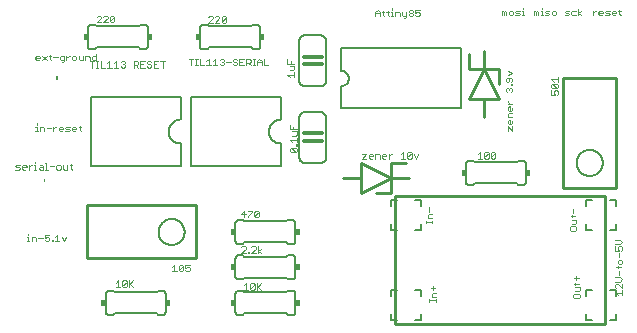
<source format=gbr>
G04 EAGLE Gerber RS-274X export*
G75*
%MOMM*%
%FSLAX34Y34*%
%LPD*%
%INSilkscreen Top*%
%IPPOS*%
%AMOC8*
5,1,8,0,0,1.08239X$1,22.5*%
G01*
%ADD10C,0.254000*%
%ADD11C,0.050800*%
%ADD12C,0.152400*%
%ADD13R,0.381000X0.508000*%
%ADD14C,0.000000*%
%ADD15C,0.304800*%


D10*
X329689Y125302D02*
X507489Y125302D01*
X329689Y125302D02*
X329689Y17352D01*
X507489Y17352D01*
D11*
X477606Y96850D02*
X477606Y98714D01*
X477606Y96850D02*
X478538Y95918D01*
X482267Y95918D01*
X483199Y96850D01*
X483199Y98714D01*
X482267Y99647D01*
X478538Y99647D01*
X477606Y98714D01*
X479470Y101531D02*
X482267Y101531D01*
X483199Y102463D01*
X483199Y105260D01*
X479470Y105260D01*
X478538Y108076D02*
X482267Y108076D01*
X483199Y109008D01*
X479470Y109008D02*
X479470Y107144D01*
X480402Y110886D02*
X480402Y114615D01*
X480398Y41679D02*
X480398Y39815D01*
X481330Y38882D01*
X485059Y38882D01*
X485991Y39815D01*
X485991Y41679D01*
X485059Y42611D01*
X481330Y42611D01*
X480398Y41679D01*
X482262Y44496D02*
X485059Y44496D01*
X485991Y45428D01*
X485991Y48224D01*
X482262Y48224D01*
X481330Y51041D02*
X485059Y51041D01*
X485991Y51973D01*
X482262Y51973D02*
X482262Y50109D01*
X483194Y53851D02*
X483194Y57579D01*
X481330Y55715D02*
X485059Y55715D01*
X361272Y102560D02*
X361272Y104425D01*
X361272Y103493D02*
X355679Y103493D01*
X355679Y104425D02*
X355679Y102560D01*
X357543Y106302D02*
X361272Y106302D01*
X357543Y106302D02*
X357543Y109099D01*
X358475Y110031D01*
X361272Y110031D01*
X358475Y111916D02*
X358475Y115644D01*
X364415Y37874D02*
X364415Y36010D01*
X364415Y36942D02*
X358822Y36942D01*
X358822Y36010D02*
X358822Y37874D01*
X360687Y39752D02*
X364415Y39752D01*
X360687Y39752D02*
X360687Y42548D01*
X361619Y43480D01*
X364415Y43480D01*
X361619Y45365D02*
X361619Y49093D01*
X359754Y47229D02*
X363483Y47229D01*
D10*
X507489Y17352D02*
X507489Y125302D01*
D11*
X516249Y43471D02*
X518114Y41607D01*
X516249Y43471D02*
X521842Y43471D01*
X521842Y41607D02*
X521842Y45336D01*
X521842Y47220D02*
X521842Y50949D01*
X518114Y50949D02*
X521842Y47220D01*
X518114Y50949D02*
X517181Y50949D01*
X516249Y50016D01*
X516249Y48152D01*
X517181Y47220D01*
X516249Y52833D02*
X519978Y52833D01*
X521842Y54697D01*
X519978Y56562D01*
X516249Y56562D01*
X519046Y58446D02*
X519046Y62175D01*
X520910Y64992D02*
X517181Y64992D01*
X520910Y64992D02*
X521842Y65924D01*
X518114Y65924D02*
X518114Y64059D01*
X521842Y68734D02*
X521842Y70598D01*
X520910Y71530D01*
X519046Y71530D01*
X518114Y70598D01*
X518114Y68734D01*
X519046Y67801D01*
X520910Y67801D01*
X521842Y68734D01*
X519046Y73415D02*
X519046Y77143D01*
X516249Y79028D02*
X516249Y82756D01*
X516249Y79028D02*
X519046Y79028D01*
X518114Y80892D01*
X518114Y81824D01*
X519046Y82756D01*
X520910Y82756D01*
X521842Y81824D01*
X521842Y79960D01*
X520910Y79028D01*
X519978Y84641D02*
X516249Y84641D01*
X519978Y84641D02*
X521842Y86505D01*
X519978Y88369D01*
X516249Y88369D01*
X11133Y147780D02*
X8336Y147780D01*
X11133Y147780D02*
X12065Y148712D01*
X11133Y149645D01*
X9268Y149645D01*
X8336Y150577D01*
X9268Y151509D01*
X12065Y151509D01*
X14882Y147780D02*
X16746Y147780D01*
X14882Y147780D02*
X13949Y148712D01*
X13949Y150577D01*
X14882Y151509D01*
X16746Y151509D01*
X17678Y150577D01*
X17678Y149645D01*
X13949Y149645D01*
X19562Y147780D02*
X19562Y151509D01*
X19562Y149645D02*
X21427Y151509D01*
X22359Y151509D01*
X24240Y151509D02*
X25172Y151509D01*
X25172Y147780D01*
X24240Y147780D02*
X26104Y147780D01*
X25172Y153373D02*
X25172Y154305D01*
X28914Y151509D02*
X30779Y151509D01*
X31711Y150577D01*
X31711Y147780D01*
X28914Y147780D01*
X27982Y148712D01*
X28914Y149645D01*
X31711Y149645D01*
X33595Y153373D02*
X34527Y153373D01*
X34527Y147780D01*
X33595Y147780D02*
X35459Y147780D01*
X37337Y150577D02*
X41066Y150577D01*
X43883Y147780D02*
X45747Y147780D01*
X46679Y148712D01*
X46679Y150577D01*
X45747Y151509D01*
X43883Y151509D01*
X42950Y150577D01*
X42950Y148712D01*
X43883Y147780D01*
X48563Y148712D02*
X48563Y151509D01*
X48563Y148712D02*
X49496Y147780D01*
X52292Y147780D01*
X52292Y151509D01*
X55109Y152441D02*
X55109Y148712D01*
X56041Y147780D01*
X56041Y151509D02*
X54177Y151509D01*
X497254Y278254D02*
X497254Y281983D01*
X499118Y281983D02*
X497254Y280118D01*
X499118Y281983D02*
X500050Y281983D01*
X502864Y278254D02*
X504728Y278254D01*
X502864Y278254D02*
X501932Y279186D01*
X501932Y281050D01*
X502864Y281983D01*
X504728Y281983D01*
X505660Y281050D01*
X505660Y280118D01*
X501932Y280118D01*
X507545Y278254D02*
X510341Y278254D01*
X511273Y279186D01*
X510341Y280118D01*
X508477Y280118D01*
X507545Y281050D01*
X508477Y281983D01*
X511273Y281983D01*
X514090Y278254D02*
X515954Y278254D01*
X514090Y278254D02*
X513158Y279186D01*
X513158Y281050D01*
X514090Y281983D01*
X515954Y281983D01*
X516886Y281050D01*
X516886Y280118D01*
X513158Y280118D01*
X519703Y279186D02*
X519703Y282915D01*
X519703Y279186D02*
X520635Y278254D01*
X520635Y281983D02*
X518771Y281983D01*
X476050Y278254D02*
X473254Y278254D01*
X476050Y278254D02*
X476983Y279186D01*
X476050Y280118D01*
X474186Y280118D01*
X473254Y281050D01*
X474186Y281983D01*
X476983Y281983D01*
X479799Y281983D02*
X482596Y281983D01*
X479799Y281983D02*
X478867Y281050D01*
X478867Y279186D01*
X479799Y278254D01*
X482596Y278254D01*
X484480Y278254D02*
X484480Y283847D01*
X484480Y280118D02*
X487277Y278254D01*
X484480Y280118D02*
X487277Y281983D01*
X447254Y281983D02*
X447254Y278254D01*
X447254Y281983D02*
X448186Y281983D01*
X449118Y281050D01*
X449118Y278254D01*
X449118Y281050D02*
X450050Y281983D01*
X450983Y281050D01*
X450983Y278254D01*
X452867Y281983D02*
X453799Y281983D01*
X453799Y278254D01*
X452867Y278254D02*
X454731Y278254D01*
X453799Y283847D02*
X453799Y284779D01*
X456609Y278254D02*
X459406Y278254D01*
X460338Y279186D01*
X459406Y280118D01*
X457541Y280118D01*
X456609Y281050D01*
X457541Y281983D01*
X460338Y281983D01*
X463154Y278254D02*
X465019Y278254D01*
X465951Y279186D01*
X465951Y281050D01*
X465019Y281983D01*
X463154Y281983D01*
X462222Y281050D01*
X462222Y279186D01*
X463154Y278254D01*
X420254Y278254D02*
X420254Y281983D01*
X421186Y281983D01*
X422118Y281050D01*
X422118Y278254D01*
X422118Y281050D02*
X423050Y281983D01*
X423983Y281050D01*
X423983Y278254D01*
X426799Y278254D02*
X428663Y278254D01*
X429596Y279186D01*
X429596Y281050D01*
X428663Y281983D01*
X426799Y281983D01*
X425867Y281050D01*
X425867Y279186D01*
X426799Y278254D01*
X431480Y278254D02*
X434277Y278254D01*
X435209Y279186D01*
X434277Y280118D01*
X432412Y280118D01*
X431480Y281050D01*
X432412Y281983D01*
X435209Y281983D01*
X437093Y281983D02*
X438025Y281983D01*
X438025Y278254D01*
X437093Y278254D02*
X438958Y278254D01*
X438025Y283847D02*
X438025Y284779D01*
X28050Y240254D02*
X26186Y240254D01*
X25254Y241186D01*
X25254Y243050D01*
X26186Y243983D01*
X28050Y243983D01*
X28983Y243050D01*
X28983Y242118D01*
X25254Y242118D01*
X30867Y243983D02*
X34596Y240254D01*
X30867Y240254D02*
X34596Y243983D01*
X37412Y244915D02*
X37412Y241186D01*
X38344Y240254D01*
X38344Y243983D02*
X36480Y243983D01*
X40222Y243050D02*
X43951Y243050D01*
X47700Y238390D02*
X48632Y238390D01*
X49564Y239322D01*
X49564Y243983D01*
X46767Y243983D01*
X45835Y243050D01*
X45835Y241186D01*
X46767Y240254D01*
X49564Y240254D01*
X51448Y240254D02*
X51448Y243983D01*
X51448Y242118D02*
X53313Y243983D01*
X54245Y243983D01*
X57058Y240254D02*
X58922Y240254D01*
X59855Y241186D01*
X59855Y243050D01*
X58922Y243983D01*
X57058Y243983D01*
X56126Y243050D01*
X56126Y241186D01*
X57058Y240254D01*
X61739Y241186D02*
X61739Y243983D01*
X61739Y241186D02*
X62671Y240254D01*
X65468Y240254D01*
X65468Y243983D01*
X67352Y243983D02*
X67352Y240254D01*
X67352Y243983D02*
X70149Y243983D01*
X71081Y243050D01*
X71081Y240254D01*
X76694Y240254D02*
X76694Y245847D01*
X76694Y240254D02*
X73897Y240254D01*
X72965Y241186D01*
X72965Y243050D01*
X73897Y243983D01*
X76694Y243983D01*
X26186Y183983D02*
X25254Y183983D01*
X26186Y183983D02*
X26186Y180254D01*
X25254Y180254D02*
X27118Y180254D01*
X26186Y185847D02*
X26186Y186779D01*
X28996Y183983D02*
X28996Y180254D01*
X28996Y183983D02*
X31792Y183983D01*
X32725Y183050D01*
X32725Y180254D01*
X34609Y183050D02*
X38338Y183050D01*
X40222Y183983D02*
X40222Y180254D01*
X40222Y182118D02*
X42087Y183983D01*
X43019Y183983D01*
X45832Y180254D02*
X47696Y180254D01*
X45832Y180254D02*
X44900Y181186D01*
X44900Y183050D01*
X45832Y183983D01*
X47696Y183983D01*
X48628Y183050D01*
X48628Y182118D01*
X44900Y182118D01*
X50513Y180254D02*
X53309Y180254D01*
X54241Y181186D01*
X53309Y182118D01*
X51445Y182118D01*
X50513Y183050D01*
X51445Y183983D01*
X54241Y183983D01*
X57058Y180254D02*
X58922Y180254D01*
X57058Y180254D02*
X56126Y181186D01*
X56126Y183050D01*
X57058Y183983D01*
X58922Y183983D01*
X59855Y183050D01*
X59855Y182118D01*
X56126Y182118D01*
X62671Y181186D02*
X62671Y184915D01*
X62671Y181186D02*
X63603Y180254D01*
X63603Y183983D02*
X61739Y183983D01*
X19237Y90647D02*
X18305Y90647D01*
X19237Y90647D02*
X19237Y86919D01*
X18305Y86919D02*
X20169Y86919D01*
X19237Y92512D02*
X19237Y93444D01*
X22047Y90647D02*
X22047Y86919D01*
X22047Y90647D02*
X24843Y90647D01*
X25775Y89715D01*
X25775Y86919D01*
X27660Y89715D02*
X31388Y89715D01*
X33273Y92512D02*
X37001Y92512D01*
X33273Y92512D02*
X33273Y89715D01*
X35137Y90647D01*
X36069Y90647D01*
X37001Y89715D01*
X37001Y87851D01*
X36069Y86919D01*
X34205Y86919D01*
X33273Y87851D01*
X38886Y87851D02*
X38886Y86919D01*
X38886Y87851D02*
X39818Y87851D01*
X39818Y86919D01*
X38886Y86919D01*
X41692Y90647D02*
X43557Y92512D01*
X43557Y86919D01*
X45421Y86919D02*
X41692Y86919D01*
X47306Y90647D02*
X49170Y86919D01*
X51034Y90647D01*
D10*
X313261Y127730D02*
X325961Y127730D01*
X325961Y140430D02*
X300561Y127730D01*
X300561Y140430D01*
X300561Y153130D02*
X325961Y140430D01*
X325961Y127730D01*
X300561Y140430D02*
X285321Y140430D01*
X300561Y140430D02*
X300561Y153130D01*
X325961Y140430D02*
X341201Y140430D01*
X325961Y140430D02*
X325961Y153130D01*
X338661Y153130D01*
D11*
X305443Y160782D02*
X301715Y160782D01*
X305443Y160782D02*
X301715Y157054D01*
X305443Y157054D01*
X308260Y157054D02*
X310124Y157054D01*
X308260Y157054D02*
X307328Y157986D01*
X307328Y159850D01*
X308260Y160782D01*
X310124Y160782D01*
X311056Y159850D01*
X311056Y158918D01*
X307328Y158918D01*
X312941Y157054D02*
X312941Y160782D01*
X315737Y160782D01*
X316669Y159850D01*
X316669Y157054D01*
X319486Y157054D02*
X321350Y157054D01*
X319486Y157054D02*
X318554Y157986D01*
X318554Y159850D01*
X319486Y160782D01*
X321350Y160782D01*
X322283Y159850D01*
X322283Y158918D01*
X318554Y158918D01*
X324167Y157054D02*
X324167Y160782D01*
X324167Y158918D02*
X326031Y160782D01*
X326964Y160782D01*
X334458Y160782D02*
X336322Y162647D01*
X336322Y157054D01*
X334458Y157054D02*
X338186Y157054D01*
X340071Y157986D02*
X340071Y161714D01*
X341003Y162647D01*
X342867Y162647D01*
X343799Y161714D01*
X343799Y157986D01*
X342867Y157054D01*
X341003Y157054D01*
X340071Y157986D01*
X343799Y161714D01*
X345684Y160782D02*
X347548Y157054D01*
X349413Y160782D01*
D12*
X245400Y87380D02*
X245398Y87280D01*
X245392Y87181D01*
X245382Y87081D01*
X245369Y86983D01*
X245351Y86884D01*
X245330Y86787D01*
X245305Y86691D01*
X245276Y86595D01*
X245243Y86501D01*
X245207Y86408D01*
X245167Y86317D01*
X245123Y86227D01*
X245076Y86139D01*
X245026Y86053D01*
X244972Y85969D01*
X244915Y85887D01*
X244855Y85808D01*
X244791Y85730D01*
X244725Y85656D01*
X244656Y85584D01*
X244584Y85515D01*
X244510Y85449D01*
X244432Y85385D01*
X244353Y85325D01*
X244271Y85268D01*
X244187Y85214D01*
X244101Y85164D01*
X244013Y85117D01*
X243923Y85073D01*
X243832Y85033D01*
X243739Y84997D01*
X243645Y84964D01*
X243549Y84935D01*
X243453Y84910D01*
X243356Y84889D01*
X243257Y84871D01*
X243159Y84858D01*
X243059Y84848D01*
X242960Y84842D01*
X242860Y84840D01*
X245400Y102620D02*
X245398Y102720D01*
X245392Y102819D01*
X245382Y102919D01*
X245369Y103017D01*
X245351Y103116D01*
X245330Y103213D01*
X245305Y103309D01*
X245276Y103405D01*
X245243Y103499D01*
X245207Y103592D01*
X245167Y103683D01*
X245123Y103773D01*
X245076Y103861D01*
X245026Y103947D01*
X244972Y104031D01*
X244915Y104113D01*
X244855Y104192D01*
X244791Y104270D01*
X244725Y104344D01*
X244656Y104416D01*
X244584Y104485D01*
X244510Y104551D01*
X244432Y104615D01*
X244353Y104675D01*
X244271Y104732D01*
X244187Y104786D01*
X244101Y104836D01*
X244013Y104883D01*
X243923Y104927D01*
X243832Y104967D01*
X243739Y105003D01*
X243645Y105036D01*
X243549Y105065D01*
X243453Y105090D01*
X243356Y105111D01*
X243257Y105129D01*
X243159Y105142D01*
X243059Y105152D01*
X242960Y105158D01*
X242860Y105160D01*
X197140Y105160D02*
X197040Y105158D01*
X196941Y105152D01*
X196841Y105142D01*
X196743Y105129D01*
X196644Y105111D01*
X196547Y105090D01*
X196451Y105065D01*
X196355Y105036D01*
X196261Y105003D01*
X196168Y104967D01*
X196077Y104927D01*
X195987Y104883D01*
X195899Y104836D01*
X195813Y104786D01*
X195729Y104732D01*
X195647Y104675D01*
X195568Y104615D01*
X195490Y104551D01*
X195416Y104485D01*
X195344Y104416D01*
X195275Y104344D01*
X195209Y104270D01*
X195145Y104192D01*
X195085Y104113D01*
X195028Y104031D01*
X194974Y103947D01*
X194924Y103861D01*
X194877Y103773D01*
X194833Y103683D01*
X194793Y103592D01*
X194757Y103499D01*
X194724Y103405D01*
X194695Y103309D01*
X194670Y103213D01*
X194649Y103116D01*
X194631Y103017D01*
X194618Y102919D01*
X194608Y102819D01*
X194602Y102720D01*
X194600Y102620D01*
X194600Y87380D02*
X194602Y87280D01*
X194608Y87181D01*
X194618Y87081D01*
X194631Y86983D01*
X194649Y86884D01*
X194670Y86787D01*
X194695Y86691D01*
X194724Y86595D01*
X194757Y86501D01*
X194793Y86408D01*
X194833Y86317D01*
X194877Y86227D01*
X194924Y86139D01*
X194974Y86053D01*
X195028Y85969D01*
X195085Y85887D01*
X195145Y85808D01*
X195209Y85730D01*
X195275Y85656D01*
X195344Y85584D01*
X195416Y85515D01*
X195490Y85449D01*
X195568Y85385D01*
X195647Y85325D01*
X195729Y85268D01*
X195813Y85214D01*
X195899Y85164D01*
X195987Y85117D01*
X196077Y85073D01*
X196168Y85033D01*
X196261Y84997D01*
X196355Y84964D01*
X196451Y84935D01*
X196547Y84910D01*
X196644Y84889D01*
X196743Y84871D01*
X196841Y84858D01*
X196941Y84848D01*
X197040Y84842D01*
X197140Y84840D01*
X245400Y87380D02*
X245400Y102620D01*
X242860Y84840D02*
X239050Y84840D01*
X237780Y86110D01*
X239050Y105160D02*
X242860Y105160D01*
X239050Y105160D02*
X237780Y103890D01*
X202220Y86110D02*
X200950Y84840D01*
X202220Y86110D02*
X237780Y86110D01*
X202220Y103890D02*
X200950Y105160D01*
X202220Y103890D02*
X237780Y103890D01*
X200950Y84840D02*
X197140Y84840D01*
X197140Y105160D02*
X200950Y105160D01*
X194600Y102620D02*
X194600Y87380D01*
D13*
X192695Y95000D03*
X247305Y95000D03*
D11*
X202211Y107158D02*
X202211Y112751D01*
X199415Y109954D01*
X203143Y109954D01*
X205028Y112751D02*
X208756Y112751D01*
X208756Y111819D01*
X205028Y108090D01*
X205028Y107158D01*
X210641Y108090D02*
X210641Y111819D01*
X211573Y112751D01*
X213437Y112751D01*
X214369Y111819D01*
X214369Y108090D01*
X213437Y107158D01*
X211573Y107158D01*
X210641Y108090D01*
X214369Y111819D01*
D12*
X212860Y249840D02*
X212960Y249842D01*
X213059Y249848D01*
X213159Y249858D01*
X213257Y249871D01*
X213356Y249889D01*
X213453Y249910D01*
X213549Y249935D01*
X213645Y249964D01*
X213739Y249997D01*
X213832Y250033D01*
X213923Y250073D01*
X214013Y250117D01*
X214101Y250164D01*
X214187Y250214D01*
X214271Y250268D01*
X214353Y250325D01*
X214432Y250385D01*
X214510Y250449D01*
X214584Y250515D01*
X214656Y250584D01*
X214725Y250656D01*
X214791Y250730D01*
X214855Y250808D01*
X214915Y250887D01*
X214972Y250969D01*
X215026Y251053D01*
X215076Y251139D01*
X215123Y251227D01*
X215167Y251317D01*
X215207Y251408D01*
X215243Y251501D01*
X215276Y251595D01*
X215305Y251691D01*
X215330Y251787D01*
X215351Y251884D01*
X215369Y251983D01*
X215382Y252081D01*
X215392Y252181D01*
X215398Y252280D01*
X215400Y252380D01*
X215400Y267620D02*
X215398Y267720D01*
X215392Y267819D01*
X215382Y267919D01*
X215369Y268017D01*
X215351Y268116D01*
X215330Y268213D01*
X215305Y268309D01*
X215276Y268405D01*
X215243Y268499D01*
X215207Y268592D01*
X215167Y268683D01*
X215123Y268773D01*
X215076Y268861D01*
X215026Y268947D01*
X214972Y269031D01*
X214915Y269113D01*
X214855Y269192D01*
X214791Y269270D01*
X214725Y269344D01*
X214656Y269416D01*
X214584Y269485D01*
X214510Y269551D01*
X214432Y269615D01*
X214353Y269675D01*
X214271Y269732D01*
X214187Y269786D01*
X214101Y269836D01*
X214013Y269883D01*
X213923Y269927D01*
X213832Y269967D01*
X213739Y270003D01*
X213645Y270036D01*
X213549Y270065D01*
X213453Y270090D01*
X213356Y270111D01*
X213257Y270129D01*
X213159Y270142D01*
X213059Y270152D01*
X212960Y270158D01*
X212860Y270160D01*
X167140Y270160D02*
X167040Y270158D01*
X166941Y270152D01*
X166841Y270142D01*
X166743Y270129D01*
X166644Y270111D01*
X166547Y270090D01*
X166451Y270065D01*
X166355Y270036D01*
X166261Y270003D01*
X166168Y269967D01*
X166077Y269927D01*
X165987Y269883D01*
X165899Y269836D01*
X165813Y269786D01*
X165729Y269732D01*
X165647Y269675D01*
X165568Y269615D01*
X165490Y269551D01*
X165416Y269485D01*
X165344Y269416D01*
X165275Y269344D01*
X165209Y269270D01*
X165145Y269192D01*
X165085Y269113D01*
X165028Y269031D01*
X164974Y268947D01*
X164924Y268861D01*
X164877Y268773D01*
X164833Y268683D01*
X164793Y268592D01*
X164757Y268499D01*
X164724Y268405D01*
X164695Y268309D01*
X164670Y268213D01*
X164649Y268116D01*
X164631Y268017D01*
X164618Y267919D01*
X164608Y267819D01*
X164602Y267720D01*
X164600Y267620D01*
X164600Y252380D02*
X164602Y252280D01*
X164608Y252181D01*
X164618Y252081D01*
X164631Y251983D01*
X164649Y251884D01*
X164670Y251787D01*
X164695Y251691D01*
X164724Y251595D01*
X164757Y251501D01*
X164793Y251408D01*
X164833Y251317D01*
X164877Y251227D01*
X164924Y251139D01*
X164974Y251053D01*
X165028Y250969D01*
X165085Y250887D01*
X165145Y250808D01*
X165209Y250730D01*
X165275Y250656D01*
X165344Y250584D01*
X165416Y250515D01*
X165490Y250449D01*
X165568Y250385D01*
X165647Y250325D01*
X165729Y250268D01*
X165813Y250214D01*
X165899Y250164D01*
X165987Y250117D01*
X166077Y250073D01*
X166168Y250033D01*
X166261Y249997D01*
X166355Y249964D01*
X166451Y249935D01*
X166547Y249910D01*
X166644Y249889D01*
X166743Y249871D01*
X166841Y249858D01*
X166941Y249848D01*
X167040Y249842D01*
X167140Y249840D01*
X215400Y252380D02*
X215400Y267620D01*
X212860Y249840D02*
X209050Y249840D01*
X207780Y251110D01*
X209050Y270160D02*
X212860Y270160D01*
X209050Y270160D02*
X207780Y268890D01*
X172220Y251110D02*
X170950Y249840D01*
X172220Y251110D02*
X207780Y251110D01*
X172220Y268890D02*
X170950Y270160D01*
X172220Y268890D02*
X207780Y268890D01*
X170950Y249840D02*
X167140Y249840D01*
X167140Y270160D02*
X170950Y270160D01*
X164600Y267620D02*
X164600Y252380D01*
D13*
X162695Y260000D03*
X217305Y260000D03*
D11*
X175429Y272129D02*
X171700Y272129D01*
X175429Y275858D01*
X175429Y276790D01*
X174497Y277722D01*
X172632Y277722D01*
X171700Y276790D01*
X177313Y272129D02*
X181042Y272129D01*
X177313Y272129D02*
X181042Y275858D01*
X181042Y276790D01*
X180110Y277722D01*
X178246Y277722D01*
X177313Y276790D01*
X182927Y276790D02*
X182927Y273061D01*
X182927Y276790D02*
X183859Y277722D01*
X185723Y277722D01*
X186655Y276790D01*
X186655Y273061D01*
X185723Y272129D01*
X183859Y272129D01*
X182927Y273061D01*
X186655Y276790D01*
D12*
X156900Y150790D02*
X233100Y150790D01*
X233100Y209210D02*
X156900Y209210D01*
X156900Y150790D01*
X233100Y150790D02*
X233100Y169840D01*
X233100Y190160D02*
X233100Y209210D01*
X233100Y190160D02*
X232853Y190157D01*
X232605Y190148D01*
X232358Y190133D01*
X232112Y190112D01*
X231866Y190085D01*
X231621Y190052D01*
X231376Y190013D01*
X231133Y189968D01*
X230891Y189917D01*
X230650Y189860D01*
X230411Y189798D01*
X230173Y189729D01*
X229937Y189655D01*
X229703Y189575D01*
X229471Y189490D01*
X229241Y189398D01*
X229013Y189302D01*
X228788Y189199D01*
X228565Y189092D01*
X228345Y188978D01*
X228128Y188860D01*
X227913Y188736D01*
X227702Y188607D01*
X227494Y188473D01*
X227289Y188334D01*
X227088Y188190D01*
X226890Y188042D01*
X226696Y187888D01*
X226506Y187730D01*
X226320Y187567D01*
X226138Y187400D01*
X225960Y187228D01*
X225786Y187052D01*
X225616Y186872D01*
X225451Y186687D01*
X225291Y186499D01*
X225135Y186307D01*
X224983Y186111D01*
X224837Y185912D01*
X224695Y185709D01*
X224559Y185502D01*
X224427Y185293D01*
X224301Y185080D01*
X224180Y184864D01*
X224064Y184646D01*
X223954Y184424D01*
X223849Y184200D01*
X223749Y183974D01*
X223655Y183745D01*
X223567Y183514D01*
X223484Y183280D01*
X223407Y183045D01*
X223336Y182808D01*
X223270Y182570D01*
X223211Y182330D01*
X223157Y182088D01*
X223109Y181845D01*
X223067Y181602D01*
X223031Y181357D01*
X223001Y181111D01*
X222977Y180865D01*
X222959Y180618D01*
X222947Y180371D01*
X222941Y180124D01*
X222941Y179876D01*
X222947Y179629D01*
X222959Y179382D01*
X222977Y179135D01*
X223001Y178889D01*
X223031Y178643D01*
X223067Y178398D01*
X223109Y178155D01*
X223157Y177912D01*
X223211Y177670D01*
X223270Y177430D01*
X223336Y177192D01*
X223407Y176955D01*
X223484Y176720D01*
X223567Y176486D01*
X223655Y176255D01*
X223749Y176026D01*
X223849Y175800D01*
X223954Y175576D01*
X224064Y175354D01*
X224180Y175136D01*
X224301Y174920D01*
X224427Y174707D01*
X224559Y174498D01*
X224695Y174291D01*
X224837Y174088D01*
X224983Y173889D01*
X225135Y173693D01*
X225291Y173501D01*
X225451Y173313D01*
X225616Y173128D01*
X225786Y172948D01*
X225960Y172772D01*
X226138Y172600D01*
X226320Y172433D01*
X226506Y172270D01*
X226696Y172112D01*
X226890Y171958D01*
X227088Y171810D01*
X227289Y171666D01*
X227494Y171527D01*
X227702Y171393D01*
X227913Y171264D01*
X228128Y171140D01*
X228345Y171022D01*
X228565Y170908D01*
X228788Y170801D01*
X229013Y170698D01*
X229241Y170602D01*
X229471Y170510D01*
X229703Y170425D01*
X229937Y170345D01*
X230173Y170271D01*
X230411Y170202D01*
X230650Y170140D01*
X230891Y170083D01*
X231133Y170032D01*
X231376Y169987D01*
X231621Y169948D01*
X231866Y169915D01*
X232112Y169888D01*
X232358Y169867D01*
X232605Y169852D01*
X232853Y169843D01*
X233100Y169840D01*
D11*
X156832Y236110D02*
X156832Y241703D01*
X158696Y241703D02*
X154967Y241703D01*
X160580Y236110D02*
X162445Y236110D01*
X161513Y236110D02*
X161513Y241703D01*
X162445Y241703D02*
X160580Y241703D01*
X164322Y241703D02*
X164322Y236110D01*
X168051Y236110D01*
X169936Y239839D02*
X171800Y241703D01*
X171800Y236110D01*
X169936Y236110D02*
X173664Y236110D01*
X175549Y239839D02*
X177413Y241703D01*
X177413Y236110D01*
X175549Y236110D02*
X179277Y236110D01*
X181162Y240771D02*
X182094Y241703D01*
X183958Y241703D01*
X184890Y240771D01*
X184890Y239839D01*
X183958Y238907D01*
X183026Y238907D01*
X183958Y238907D02*
X184890Y237975D01*
X184890Y237042D01*
X183958Y236110D01*
X182094Y236110D01*
X181162Y237042D01*
X186775Y238907D02*
X190503Y238907D01*
X195184Y241703D02*
X196116Y240771D01*
X195184Y241703D02*
X193320Y241703D01*
X192388Y240771D01*
X192388Y239839D01*
X193320Y238907D01*
X195184Y238907D01*
X196116Y237975D01*
X196116Y237042D01*
X195184Y236110D01*
X193320Y236110D01*
X192388Y237042D01*
X198001Y241703D02*
X201730Y241703D01*
X198001Y241703D02*
X198001Y236110D01*
X201730Y236110D01*
X199865Y238907D02*
X198001Y238907D01*
X203614Y241703D02*
X203614Y236110D01*
X203614Y241703D02*
X206410Y241703D01*
X207343Y240771D01*
X207343Y238907D01*
X206410Y237975D01*
X203614Y237975D01*
X205478Y237975D02*
X207343Y236110D01*
X209227Y236110D02*
X211091Y236110D01*
X210159Y236110D02*
X210159Y241703D01*
X209227Y241703D02*
X211091Y241703D01*
X212969Y239839D02*
X212969Y236110D01*
X212969Y239839D02*
X214834Y241703D01*
X216698Y239839D01*
X216698Y236110D01*
X216698Y238907D02*
X212969Y238907D01*
X218582Y241703D02*
X218582Y236110D01*
X222311Y236110D01*
D14*
X43031Y224842D02*
X43031Y224800D01*
X43031Y224842D02*
X43200Y224842D01*
X43200Y224800D02*
X43200Y224885D01*
X42946Y224842D02*
X42903Y224842D01*
X43031Y224956D02*
X43200Y224956D01*
X43031Y224956D02*
X43031Y225083D01*
X43073Y225125D01*
X43200Y225125D01*
X43073Y225190D02*
X43073Y225359D01*
X43285Y225508D02*
X43285Y225551D01*
X43242Y225593D01*
X43031Y225593D01*
X43031Y225466D01*
X43073Y225424D01*
X43158Y225424D01*
X43200Y225466D01*
X43200Y225593D01*
X43200Y225658D02*
X43031Y225658D01*
X43115Y225658D02*
X43031Y225742D01*
X43031Y225785D01*
X43200Y225895D02*
X43200Y225980D01*
X43158Y226022D01*
X43073Y226022D01*
X43031Y225980D01*
X43031Y225895D01*
X43073Y225852D01*
X43158Y225852D01*
X43200Y225895D01*
X43158Y226086D02*
X43031Y226086D01*
X43158Y226086D02*
X43200Y226129D01*
X43200Y226256D01*
X43031Y226256D01*
X43031Y226320D02*
X43200Y226320D01*
X43031Y226320D02*
X43031Y226447D01*
X43073Y226490D01*
X43200Y226490D01*
X43200Y226724D02*
X42946Y226724D01*
X43200Y226724D02*
X43200Y226596D01*
X43158Y226554D01*
X43073Y226554D01*
X43031Y226596D01*
X43031Y226724D01*
D12*
X517014Y122127D02*
X517014Y117047D01*
X517014Y122127D02*
X511934Y122127D01*
X511934Y96727D02*
X517014Y96727D01*
X517014Y101807D01*
X496694Y96727D02*
X491614Y96727D01*
X491614Y101807D01*
X491614Y117047D02*
X491614Y122127D01*
X496694Y122127D01*
X517014Y45927D02*
X517014Y40847D01*
X517014Y45927D02*
X511934Y45927D01*
X511934Y20527D02*
X517014Y20527D01*
X517014Y25607D01*
X496694Y20527D02*
X491614Y20527D01*
X491614Y25607D01*
X491614Y40847D02*
X491614Y45927D01*
X496694Y45927D01*
X351914Y117047D02*
X351914Y122127D01*
X346834Y122127D01*
X346834Y96727D02*
X351914Y96727D01*
X351914Y101807D01*
X331594Y96727D02*
X326514Y96727D01*
X326514Y101807D01*
X326514Y117047D02*
X326514Y122127D01*
X331594Y122127D01*
X351914Y45927D02*
X351914Y40847D01*
X351914Y45927D02*
X346834Y45927D01*
X346834Y20527D02*
X351914Y20527D01*
X351914Y25607D01*
X331594Y20527D02*
X326514Y20527D01*
X326514Y25607D01*
X326514Y40847D02*
X326514Y45927D01*
X331594Y45927D01*
X120400Y252380D02*
X120398Y252280D01*
X120392Y252181D01*
X120382Y252081D01*
X120369Y251983D01*
X120351Y251884D01*
X120330Y251787D01*
X120305Y251691D01*
X120276Y251595D01*
X120243Y251501D01*
X120207Y251408D01*
X120167Y251317D01*
X120123Y251227D01*
X120076Y251139D01*
X120026Y251053D01*
X119972Y250969D01*
X119915Y250887D01*
X119855Y250808D01*
X119791Y250730D01*
X119725Y250656D01*
X119656Y250584D01*
X119584Y250515D01*
X119510Y250449D01*
X119432Y250385D01*
X119353Y250325D01*
X119271Y250268D01*
X119187Y250214D01*
X119101Y250164D01*
X119013Y250117D01*
X118923Y250073D01*
X118832Y250033D01*
X118739Y249997D01*
X118645Y249964D01*
X118549Y249935D01*
X118453Y249910D01*
X118356Y249889D01*
X118257Y249871D01*
X118159Y249858D01*
X118059Y249848D01*
X117960Y249842D01*
X117860Y249840D01*
X120400Y267620D02*
X120398Y267720D01*
X120392Y267819D01*
X120382Y267919D01*
X120369Y268017D01*
X120351Y268116D01*
X120330Y268213D01*
X120305Y268309D01*
X120276Y268405D01*
X120243Y268499D01*
X120207Y268592D01*
X120167Y268683D01*
X120123Y268773D01*
X120076Y268861D01*
X120026Y268947D01*
X119972Y269031D01*
X119915Y269113D01*
X119855Y269192D01*
X119791Y269270D01*
X119725Y269344D01*
X119656Y269416D01*
X119584Y269485D01*
X119510Y269551D01*
X119432Y269615D01*
X119353Y269675D01*
X119271Y269732D01*
X119187Y269786D01*
X119101Y269836D01*
X119013Y269883D01*
X118923Y269927D01*
X118832Y269967D01*
X118739Y270003D01*
X118645Y270036D01*
X118549Y270065D01*
X118453Y270090D01*
X118356Y270111D01*
X118257Y270129D01*
X118159Y270142D01*
X118059Y270152D01*
X117960Y270158D01*
X117860Y270160D01*
X72140Y270160D02*
X72040Y270158D01*
X71941Y270152D01*
X71841Y270142D01*
X71743Y270129D01*
X71644Y270111D01*
X71547Y270090D01*
X71451Y270065D01*
X71355Y270036D01*
X71261Y270003D01*
X71168Y269967D01*
X71077Y269927D01*
X70987Y269883D01*
X70899Y269836D01*
X70813Y269786D01*
X70729Y269732D01*
X70647Y269675D01*
X70568Y269615D01*
X70490Y269551D01*
X70416Y269485D01*
X70344Y269416D01*
X70275Y269344D01*
X70209Y269270D01*
X70145Y269192D01*
X70085Y269113D01*
X70028Y269031D01*
X69974Y268947D01*
X69924Y268861D01*
X69877Y268773D01*
X69833Y268683D01*
X69793Y268592D01*
X69757Y268499D01*
X69724Y268405D01*
X69695Y268309D01*
X69670Y268213D01*
X69649Y268116D01*
X69631Y268017D01*
X69618Y267919D01*
X69608Y267819D01*
X69602Y267720D01*
X69600Y267620D01*
X69600Y252380D02*
X69602Y252280D01*
X69608Y252181D01*
X69618Y252081D01*
X69631Y251983D01*
X69649Y251884D01*
X69670Y251787D01*
X69695Y251691D01*
X69724Y251595D01*
X69757Y251501D01*
X69793Y251408D01*
X69833Y251317D01*
X69877Y251227D01*
X69924Y251139D01*
X69974Y251053D01*
X70028Y250969D01*
X70085Y250887D01*
X70145Y250808D01*
X70209Y250730D01*
X70275Y250656D01*
X70344Y250584D01*
X70416Y250515D01*
X70490Y250449D01*
X70568Y250385D01*
X70647Y250325D01*
X70729Y250268D01*
X70813Y250214D01*
X70899Y250164D01*
X70987Y250117D01*
X71077Y250073D01*
X71168Y250033D01*
X71261Y249997D01*
X71355Y249964D01*
X71451Y249935D01*
X71547Y249910D01*
X71644Y249889D01*
X71743Y249871D01*
X71841Y249858D01*
X71941Y249848D01*
X72040Y249842D01*
X72140Y249840D01*
X120400Y252380D02*
X120400Y267620D01*
X117860Y249840D02*
X114050Y249840D01*
X112780Y251110D01*
X114050Y270160D02*
X117860Y270160D01*
X114050Y270160D02*
X112780Y268890D01*
X77220Y251110D02*
X75950Y249840D01*
X77220Y251110D02*
X112780Y251110D01*
X77220Y268890D02*
X75950Y270160D01*
X77220Y268890D02*
X112780Y268890D01*
X75950Y249840D02*
X72140Y249840D01*
X72140Y270160D02*
X75950Y270160D01*
X69600Y267620D02*
X69600Y252380D01*
D13*
X67695Y260000D03*
X122305Y260000D03*
D11*
X80743Y272284D02*
X77014Y272284D01*
X80743Y276012D01*
X80743Y276944D01*
X79810Y277877D01*
X77946Y277877D01*
X77014Y276944D01*
X82627Y272284D02*
X86356Y272284D01*
X86356Y276012D02*
X82627Y272284D01*
X86356Y276012D02*
X86356Y276944D01*
X85424Y277877D01*
X83559Y277877D01*
X82627Y276944D01*
X88240Y276944D02*
X88240Y273216D01*
X88240Y276944D02*
X89172Y277877D01*
X91037Y277877D01*
X91969Y276944D01*
X91969Y273216D01*
X91037Y272284D01*
X89172Y272284D01*
X88240Y273216D01*
X91969Y276944D01*
D12*
X71900Y150790D02*
X148100Y150790D01*
X148100Y209210D02*
X71900Y209210D01*
X71900Y150790D01*
X148100Y150790D02*
X148100Y169840D01*
X148100Y190160D02*
X148100Y209210D01*
X148100Y190160D02*
X147853Y190157D01*
X147605Y190148D01*
X147358Y190133D01*
X147112Y190112D01*
X146866Y190085D01*
X146621Y190052D01*
X146376Y190013D01*
X146133Y189968D01*
X145891Y189917D01*
X145650Y189860D01*
X145411Y189798D01*
X145173Y189729D01*
X144937Y189655D01*
X144703Y189575D01*
X144471Y189490D01*
X144241Y189398D01*
X144013Y189302D01*
X143788Y189199D01*
X143565Y189092D01*
X143345Y188978D01*
X143128Y188860D01*
X142913Y188736D01*
X142702Y188607D01*
X142494Y188473D01*
X142289Y188334D01*
X142088Y188190D01*
X141890Y188042D01*
X141696Y187888D01*
X141506Y187730D01*
X141320Y187567D01*
X141138Y187400D01*
X140960Y187228D01*
X140786Y187052D01*
X140616Y186872D01*
X140451Y186687D01*
X140291Y186499D01*
X140135Y186307D01*
X139983Y186111D01*
X139837Y185912D01*
X139695Y185709D01*
X139559Y185502D01*
X139427Y185293D01*
X139301Y185080D01*
X139180Y184864D01*
X139064Y184646D01*
X138954Y184424D01*
X138849Y184200D01*
X138749Y183974D01*
X138655Y183745D01*
X138567Y183514D01*
X138484Y183280D01*
X138407Y183045D01*
X138336Y182808D01*
X138270Y182570D01*
X138211Y182330D01*
X138157Y182088D01*
X138109Y181845D01*
X138067Y181602D01*
X138031Y181357D01*
X138001Y181111D01*
X137977Y180865D01*
X137959Y180618D01*
X137947Y180371D01*
X137941Y180124D01*
X137941Y179876D01*
X137947Y179629D01*
X137959Y179382D01*
X137977Y179135D01*
X138001Y178889D01*
X138031Y178643D01*
X138067Y178398D01*
X138109Y178155D01*
X138157Y177912D01*
X138211Y177670D01*
X138270Y177430D01*
X138336Y177192D01*
X138407Y176955D01*
X138484Y176720D01*
X138567Y176486D01*
X138655Y176255D01*
X138749Y176026D01*
X138849Y175800D01*
X138954Y175576D01*
X139064Y175354D01*
X139180Y175136D01*
X139301Y174920D01*
X139427Y174707D01*
X139559Y174498D01*
X139695Y174291D01*
X139837Y174088D01*
X139983Y173889D01*
X140135Y173693D01*
X140291Y173501D01*
X140451Y173313D01*
X140616Y173128D01*
X140786Y172948D01*
X140960Y172772D01*
X141138Y172600D01*
X141320Y172433D01*
X141506Y172270D01*
X141696Y172112D01*
X141890Y171958D01*
X142088Y171810D01*
X142289Y171666D01*
X142494Y171527D01*
X142702Y171393D01*
X142913Y171264D01*
X143128Y171140D01*
X143345Y171022D01*
X143565Y170908D01*
X143788Y170801D01*
X144013Y170698D01*
X144241Y170602D01*
X144471Y170510D01*
X144703Y170425D01*
X144937Y170345D01*
X145173Y170271D01*
X145411Y170202D01*
X145650Y170140D01*
X145891Y170083D01*
X146133Y170032D01*
X146376Y169987D01*
X146621Y169948D01*
X146866Y169915D01*
X147112Y169888D01*
X147358Y169867D01*
X147605Y169852D01*
X147853Y169843D01*
X148100Y169840D01*
D11*
X72960Y234077D02*
X72960Y239669D01*
X71096Y239669D02*
X74824Y239669D01*
X76709Y234077D02*
X78573Y234077D01*
X77641Y234077D02*
X77641Y239669D01*
X76709Y239669D02*
X78573Y239669D01*
X80451Y239669D02*
X80451Y234077D01*
X84179Y234077D01*
X86064Y237805D02*
X87928Y239669D01*
X87928Y234077D01*
X86064Y234077D02*
X89792Y234077D01*
X91677Y237805D02*
X93541Y239669D01*
X93541Y234077D01*
X91677Y234077D02*
X95405Y234077D01*
X97290Y238737D02*
X98222Y239669D01*
X100086Y239669D01*
X101018Y238737D01*
X101018Y237805D01*
X100086Y236873D01*
X99154Y236873D01*
X100086Y236873D02*
X101018Y235941D01*
X101018Y235009D01*
X100086Y234077D01*
X98222Y234077D01*
X97290Y235009D01*
X108516Y234077D02*
X108516Y239669D01*
X111313Y239669D01*
X112245Y238737D01*
X112245Y236873D01*
X111313Y235941D01*
X108516Y235941D01*
X110380Y235941D02*
X112245Y234077D01*
X114129Y239669D02*
X117858Y239669D01*
X114129Y239669D02*
X114129Y234077D01*
X117858Y234077D01*
X115994Y236873D02*
X114129Y236873D01*
X122539Y239669D02*
X123471Y238737D01*
X122539Y239669D02*
X120674Y239669D01*
X119742Y238737D01*
X119742Y237805D01*
X120674Y236873D01*
X122539Y236873D01*
X123471Y235941D01*
X123471Y235009D01*
X122539Y234077D01*
X120674Y234077D01*
X119742Y235009D01*
X125355Y239669D02*
X129084Y239669D01*
X125355Y239669D02*
X125355Y234077D01*
X129084Y234077D01*
X127220Y236873D02*
X125355Y236873D01*
X132833Y234077D02*
X132833Y239669D01*
X130969Y239669D02*
X134697Y239669D01*
D10*
X417700Y232700D02*
X417700Y220000D01*
X417700Y207300D02*
X405000Y232700D01*
X405000Y207300D02*
X417700Y207300D01*
X392300Y207300D02*
X405000Y232700D01*
X417700Y232700D01*
X405000Y207300D02*
X405000Y192060D01*
X405000Y207300D02*
X392300Y207300D01*
X405000Y232700D02*
X405000Y247940D01*
X405000Y232700D02*
X392300Y232700D01*
X392300Y245400D01*
D11*
X425159Y184335D02*
X425159Y180607D01*
X425159Y184335D02*
X428887Y180607D01*
X428887Y184335D01*
X428887Y187152D02*
X428887Y189016D01*
X428887Y187152D02*
X427955Y186220D01*
X426091Y186220D01*
X425159Y187152D01*
X425159Y189016D01*
X426091Y189948D01*
X427023Y189948D01*
X427023Y186220D01*
X428887Y191833D02*
X425159Y191833D01*
X425159Y194629D01*
X426091Y195561D01*
X428887Y195561D01*
X428887Y198378D02*
X428887Y200242D01*
X428887Y198378D02*
X427955Y197446D01*
X426091Y197446D01*
X425159Y198378D01*
X425159Y200242D01*
X426091Y201174D01*
X427023Y201174D01*
X427023Y197446D01*
X428887Y203059D02*
X425159Y203059D01*
X427023Y203059D02*
X425159Y204923D01*
X425159Y205855D01*
X424227Y213350D02*
X423295Y214282D01*
X423295Y216146D01*
X424227Y217078D01*
X425159Y217078D01*
X426091Y216146D01*
X426091Y215214D01*
X426091Y216146D02*
X427023Y217078D01*
X427955Y217078D01*
X428887Y216146D01*
X428887Y214282D01*
X427955Y213350D01*
X427955Y218963D02*
X428887Y218963D01*
X427955Y218963D02*
X427955Y219895D01*
X428887Y219895D01*
X428887Y218963D01*
X427955Y221769D02*
X428887Y222702D01*
X428887Y224566D01*
X427955Y225498D01*
X424227Y225498D01*
X423295Y224566D01*
X423295Y222702D01*
X424227Y221769D01*
X425159Y221769D01*
X426091Y222702D01*
X426091Y225498D01*
X425159Y227382D02*
X428887Y229247D01*
X425159Y231111D01*
D12*
X392140Y155160D02*
X392040Y155158D01*
X391941Y155152D01*
X391841Y155142D01*
X391743Y155129D01*
X391644Y155111D01*
X391547Y155090D01*
X391451Y155065D01*
X391355Y155036D01*
X391261Y155003D01*
X391168Y154967D01*
X391077Y154927D01*
X390987Y154883D01*
X390899Y154836D01*
X390813Y154786D01*
X390729Y154732D01*
X390647Y154675D01*
X390568Y154615D01*
X390490Y154551D01*
X390416Y154485D01*
X390344Y154416D01*
X390275Y154344D01*
X390209Y154270D01*
X390145Y154192D01*
X390085Y154113D01*
X390028Y154031D01*
X389974Y153947D01*
X389924Y153861D01*
X389877Y153773D01*
X389833Y153683D01*
X389793Y153592D01*
X389757Y153499D01*
X389724Y153405D01*
X389695Y153309D01*
X389670Y153213D01*
X389649Y153116D01*
X389631Y153017D01*
X389618Y152919D01*
X389608Y152819D01*
X389602Y152720D01*
X389600Y152620D01*
X389600Y137380D02*
X389602Y137280D01*
X389608Y137181D01*
X389618Y137081D01*
X389631Y136983D01*
X389649Y136884D01*
X389670Y136787D01*
X389695Y136691D01*
X389724Y136595D01*
X389757Y136501D01*
X389793Y136408D01*
X389833Y136317D01*
X389877Y136227D01*
X389924Y136139D01*
X389974Y136053D01*
X390028Y135969D01*
X390085Y135887D01*
X390145Y135808D01*
X390209Y135730D01*
X390275Y135656D01*
X390344Y135584D01*
X390416Y135515D01*
X390490Y135449D01*
X390568Y135385D01*
X390647Y135325D01*
X390729Y135268D01*
X390813Y135214D01*
X390899Y135164D01*
X390987Y135117D01*
X391077Y135073D01*
X391168Y135033D01*
X391261Y134997D01*
X391355Y134964D01*
X391451Y134935D01*
X391547Y134910D01*
X391644Y134889D01*
X391743Y134871D01*
X391841Y134858D01*
X391941Y134848D01*
X392040Y134842D01*
X392140Y134840D01*
X437860Y134840D02*
X437960Y134842D01*
X438059Y134848D01*
X438159Y134858D01*
X438257Y134871D01*
X438356Y134889D01*
X438453Y134910D01*
X438549Y134935D01*
X438645Y134964D01*
X438739Y134997D01*
X438832Y135033D01*
X438923Y135073D01*
X439013Y135117D01*
X439101Y135164D01*
X439187Y135214D01*
X439271Y135268D01*
X439353Y135325D01*
X439432Y135385D01*
X439510Y135449D01*
X439584Y135515D01*
X439656Y135584D01*
X439725Y135656D01*
X439791Y135730D01*
X439855Y135808D01*
X439915Y135887D01*
X439972Y135969D01*
X440026Y136053D01*
X440076Y136139D01*
X440123Y136227D01*
X440167Y136317D01*
X440207Y136408D01*
X440243Y136501D01*
X440276Y136595D01*
X440305Y136691D01*
X440330Y136787D01*
X440351Y136884D01*
X440369Y136983D01*
X440382Y137081D01*
X440392Y137181D01*
X440398Y137280D01*
X440400Y137380D01*
X440400Y152620D02*
X440398Y152720D01*
X440392Y152819D01*
X440382Y152919D01*
X440369Y153017D01*
X440351Y153116D01*
X440330Y153213D01*
X440305Y153309D01*
X440276Y153405D01*
X440243Y153499D01*
X440207Y153592D01*
X440167Y153683D01*
X440123Y153773D01*
X440076Y153861D01*
X440026Y153947D01*
X439972Y154031D01*
X439915Y154113D01*
X439855Y154192D01*
X439791Y154270D01*
X439725Y154344D01*
X439656Y154416D01*
X439584Y154485D01*
X439510Y154551D01*
X439432Y154615D01*
X439353Y154675D01*
X439271Y154732D01*
X439187Y154786D01*
X439101Y154836D01*
X439013Y154883D01*
X438923Y154927D01*
X438832Y154967D01*
X438739Y155003D01*
X438645Y155036D01*
X438549Y155065D01*
X438453Y155090D01*
X438356Y155111D01*
X438257Y155129D01*
X438159Y155142D01*
X438059Y155152D01*
X437960Y155158D01*
X437860Y155160D01*
X389600Y152620D02*
X389600Y137380D01*
X392140Y155160D02*
X395950Y155160D01*
X397220Y153890D01*
X395950Y134840D02*
X392140Y134840D01*
X395950Y134840D02*
X397220Y136110D01*
X432780Y153890D02*
X434050Y155160D01*
X432780Y153890D02*
X397220Y153890D01*
X432780Y136110D02*
X434050Y134840D01*
X432780Y136110D02*
X397220Y136110D01*
X434050Y155160D02*
X437860Y155160D01*
X437860Y134840D02*
X434050Y134840D01*
X440400Y137380D02*
X440400Y152620D01*
D13*
X442305Y145000D03*
X387695Y145000D03*
D11*
X399696Y160803D02*
X401560Y162667D01*
X401560Y157075D01*
X399696Y157075D02*
X403424Y157075D01*
X405309Y158007D02*
X405309Y161735D01*
X406241Y162667D01*
X408105Y162667D01*
X409037Y161735D01*
X409037Y158007D01*
X408105Y157075D01*
X406241Y157075D01*
X405309Y158007D01*
X409037Y161735D01*
X410922Y161735D02*
X410922Y158007D01*
X410922Y161735D02*
X411854Y162667D01*
X413718Y162667D01*
X414650Y161735D01*
X414650Y158007D01*
X413718Y157075D01*
X411854Y157075D01*
X410922Y158007D01*
X414650Y161735D01*
D10*
X472000Y225500D02*
X517000Y225500D01*
X517000Y132500D01*
X472000Y132500D01*
X472000Y225500D01*
D12*
X483489Y153500D02*
X483492Y153770D01*
X483502Y154040D01*
X483519Y154310D01*
X483542Y154579D01*
X483572Y154848D01*
X483608Y155116D01*
X483651Y155382D01*
X483701Y155648D01*
X483757Y155913D01*
X483819Y156175D01*
X483888Y156437D01*
X483963Y156696D01*
X484045Y156954D01*
X484133Y157209D01*
X484227Y157463D01*
X484327Y157714D01*
X484434Y157962D01*
X484546Y158208D01*
X484665Y158451D01*
X484789Y158691D01*
X484919Y158927D01*
X485056Y159161D01*
X485197Y159391D01*
X485345Y159617D01*
X485498Y159840D01*
X485656Y160059D01*
X485820Y160274D01*
X485988Y160485D01*
X486162Y160692D01*
X486341Y160895D01*
X486525Y161093D01*
X486714Y161286D01*
X486907Y161475D01*
X487105Y161659D01*
X487308Y161838D01*
X487515Y162012D01*
X487726Y162180D01*
X487941Y162344D01*
X488160Y162502D01*
X488383Y162655D01*
X488609Y162803D01*
X488839Y162944D01*
X489073Y163081D01*
X489309Y163211D01*
X489549Y163335D01*
X489792Y163454D01*
X490038Y163566D01*
X490286Y163673D01*
X490537Y163773D01*
X490791Y163867D01*
X491046Y163955D01*
X491304Y164037D01*
X491563Y164112D01*
X491825Y164181D01*
X492087Y164243D01*
X492352Y164299D01*
X492618Y164349D01*
X492884Y164392D01*
X493152Y164428D01*
X493421Y164458D01*
X493690Y164481D01*
X493960Y164498D01*
X494230Y164508D01*
X494500Y164511D01*
X494770Y164508D01*
X495040Y164498D01*
X495310Y164481D01*
X495579Y164458D01*
X495848Y164428D01*
X496116Y164392D01*
X496382Y164349D01*
X496648Y164299D01*
X496913Y164243D01*
X497175Y164181D01*
X497437Y164112D01*
X497696Y164037D01*
X497954Y163955D01*
X498209Y163867D01*
X498463Y163773D01*
X498714Y163673D01*
X498962Y163566D01*
X499208Y163454D01*
X499451Y163335D01*
X499691Y163211D01*
X499927Y163081D01*
X500161Y162944D01*
X500391Y162803D01*
X500617Y162655D01*
X500840Y162502D01*
X501059Y162344D01*
X501274Y162180D01*
X501485Y162012D01*
X501692Y161838D01*
X501895Y161659D01*
X502093Y161475D01*
X502286Y161286D01*
X502475Y161093D01*
X502659Y160895D01*
X502838Y160692D01*
X503012Y160485D01*
X503180Y160274D01*
X503344Y160059D01*
X503502Y159840D01*
X503655Y159617D01*
X503803Y159391D01*
X503944Y159161D01*
X504081Y158927D01*
X504211Y158691D01*
X504335Y158451D01*
X504454Y158208D01*
X504566Y157962D01*
X504673Y157714D01*
X504773Y157463D01*
X504867Y157209D01*
X504955Y156954D01*
X505037Y156696D01*
X505112Y156437D01*
X505181Y156175D01*
X505243Y155913D01*
X505299Y155648D01*
X505349Y155382D01*
X505392Y155116D01*
X505428Y154848D01*
X505458Y154579D01*
X505481Y154310D01*
X505498Y154040D01*
X505508Y153770D01*
X505511Y153500D01*
X505508Y153230D01*
X505498Y152960D01*
X505481Y152690D01*
X505458Y152421D01*
X505428Y152152D01*
X505392Y151884D01*
X505349Y151618D01*
X505299Y151352D01*
X505243Y151087D01*
X505181Y150825D01*
X505112Y150563D01*
X505037Y150304D01*
X504955Y150046D01*
X504867Y149791D01*
X504773Y149537D01*
X504673Y149286D01*
X504566Y149038D01*
X504454Y148792D01*
X504335Y148549D01*
X504211Y148309D01*
X504081Y148073D01*
X503944Y147839D01*
X503803Y147609D01*
X503655Y147383D01*
X503502Y147160D01*
X503344Y146941D01*
X503180Y146726D01*
X503012Y146515D01*
X502838Y146308D01*
X502659Y146105D01*
X502475Y145907D01*
X502286Y145714D01*
X502093Y145525D01*
X501895Y145341D01*
X501692Y145162D01*
X501485Y144988D01*
X501274Y144820D01*
X501059Y144656D01*
X500840Y144498D01*
X500617Y144345D01*
X500391Y144197D01*
X500161Y144056D01*
X499927Y143919D01*
X499691Y143789D01*
X499451Y143665D01*
X499208Y143546D01*
X498962Y143434D01*
X498714Y143327D01*
X498463Y143227D01*
X498209Y143133D01*
X497954Y143045D01*
X497696Y142963D01*
X497437Y142888D01*
X497175Y142819D01*
X496913Y142757D01*
X496648Y142701D01*
X496382Y142651D01*
X496116Y142608D01*
X495848Y142572D01*
X495579Y142542D01*
X495310Y142519D01*
X495040Y142502D01*
X494770Y142492D01*
X494500Y142489D01*
X494230Y142492D01*
X493960Y142502D01*
X493690Y142519D01*
X493421Y142542D01*
X493152Y142572D01*
X492884Y142608D01*
X492618Y142651D01*
X492352Y142701D01*
X492087Y142757D01*
X491825Y142819D01*
X491563Y142888D01*
X491304Y142963D01*
X491046Y143045D01*
X490791Y143133D01*
X490537Y143227D01*
X490286Y143327D01*
X490038Y143434D01*
X489792Y143546D01*
X489549Y143665D01*
X489309Y143789D01*
X489073Y143919D01*
X488839Y144056D01*
X488609Y144197D01*
X488383Y144345D01*
X488160Y144498D01*
X487941Y144656D01*
X487726Y144820D01*
X487515Y144988D01*
X487308Y145162D01*
X487105Y145341D01*
X486907Y145525D01*
X486714Y145714D01*
X486525Y145907D01*
X486341Y146105D01*
X486162Y146308D01*
X485988Y146515D01*
X485820Y146726D01*
X485656Y146941D01*
X485498Y147160D01*
X485345Y147383D01*
X485197Y147609D01*
X485056Y147839D01*
X484919Y148073D01*
X484789Y148309D01*
X484665Y148549D01*
X484546Y148792D01*
X484434Y149038D01*
X484327Y149286D01*
X484227Y149537D01*
X484133Y149791D01*
X484045Y150046D01*
X483963Y150304D01*
X483888Y150563D01*
X483819Y150825D01*
X483757Y151087D01*
X483701Y151352D01*
X483651Y151618D01*
X483608Y151884D01*
X483572Y152152D01*
X483542Y152421D01*
X483519Y152690D01*
X483502Y152960D01*
X483492Y153230D01*
X483489Y153500D01*
D11*
X462000Y211013D02*
X462000Y214741D01*
X462000Y211013D02*
X464796Y211013D01*
X463864Y212877D01*
X463864Y213809D01*
X464796Y214741D01*
X466660Y214741D01*
X467592Y213809D01*
X467592Y211945D01*
X466660Y211013D01*
X466660Y216626D02*
X462932Y216626D01*
X462000Y217558D01*
X462000Y219422D01*
X462932Y220354D01*
X466660Y220354D01*
X467592Y219422D01*
X467592Y217558D01*
X466660Y216626D01*
X462932Y220354D01*
X463864Y222239D02*
X462000Y224103D01*
X467592Y224103D01*
X467592Y222239D02*
X467592Y225967D01*
D10*
X68500Y117500D02*
X68500Y72500D01*
X68500Y117500D02*
X161500Y117500D01*
X161500Y72500D01*
X68500Y72500D01*
D12*
X129489Y95000D02*
X129492Y95270D01*
X129502Y95540D01*
X129519Y95810D01*
X129542Y96079D01*
X129572Y96348D01*
X129608Y96616D01*
X129651Y96882D01*
X129701Y97148D01*
X129757Y97413D01*
X129819Y97675D01*
X129888Y97937D01*
X129963Y98196D01*
X130045Y98454D01*
X130133Y98709D01*
X130227Y98963D01*
X130327Y99214D01*
X130434Y99462D01*
X130546Y99708D01*
X130665Y99951D01*
X130789Y100191D01*
X130919Y100427D01*
X131056Y100661D01*
X131197Y100891D01*
X131345Y101117D01*
X131498Y101340D01*
X131656Y101559D01*
X131820Y101774D01*
X131988Y101985D01*
X132162Y102192D01*
X132341Y102395D01*
X132525Y102593D01*
X132714Y102786D01*
X132907Y102975D01*
X133105Y103159D01*
X133308Y103338D01*
X133515Y103512D01*
X133726Y103680D01*
X133941Y103844D01*
X134160Y104002D01*
X134383Y104155D01*
X134609Y104303D01*
X134839Y104444D01*
X135073Y104581D01*
X135309Y104711D01*
X135549Y104835D01*
X135792Y104954D01*
X136038Y105066D01*
X136286Y105173D01*
X136537Y105273D01*
X136791Y105367D01*
X137046Y105455D01*
X137304Y105537D01*
X137563Y105612D01*
X137825Y105681D01*
X138087Y105743D01*
X138352Y105799D01*
X138618Y105849D01*
X138884Y105892D01*
X139152Y105928D01*
X139421Y105958D01*
X139690Y105981D01*
X139960Y105998D01*
X140230Y106008D01*
X140500Y106011D01*
X140770Y106008D01*
X141040Y105998D01*
X141310Y105981D01*
X141579Y105958D01*
X141848Y105928D01*
X142116Y105892D01*
X142382Y105849D01*
X142648Y105799D01*
X142913Y105743D01*
X143175Y105681D01*
X143437Y105612D01*
X143696Y105537D01*
X143954Y105455D01*
X144209Y105367D01*
X144463Y105273D01*
X144714Y105173D01*
X144962Y105066D01*
X145208Y104954D01*
X145451Y104835D01*
X145691Y104711D01*
X145927Y104581D01*
X146161Y104444D01*
X146391Y104303D01*
X146617Y104155D01*
X146840Y104002D01*
X147059Y103844D01*
X147274Y103680D01*
X147485Y103512D01*
X147692Y103338D01*
X147895Y103159D01*
X148093Y102975D01*
X148286Y102786D01*
X148475Y102593D01*
X148659Y102395D01*
X148838Y102192D01*
X149012Y101985D01*
X149180Y101774D01*
X149344Y101559D01*
X149502Y101340D01*
X149655Y101117D01*
X149803Y100891D01*
X149944Y100661D01*
X150081Y100427D01*
X150211Y100191D01*
X150335Y99951D01*
X150454Y99708D01*
X150566Y99462D01*
X150673Y99214D01*
X150773Y98963D01*
X150867Y98709D01*
X150955Y98454D01*
X151037Y98196D01*
X151112Y97937D01*
X151181Y97675D01*
X151243Y97413D01*
X151299Y97148D01*
X151349Y96882D01*
X151392Y96616D01*
X151428Y96348D01*
X151458Y96079D01*
X151481Y95810D01*
X151498Y95540D01*
X151508Y95270D01*
X151511Y95000D01*
X151508Y94730D01*
X151498Y94460D01*
X151481Y94190D01*
X151458Y93921D01*
X151428Y93652D01*
X151392Y93384D01*
X151349Y93118D01*
X151299Y92852D01*
X151243Y92587D01*
X151181Y92325D01*
X151112Y92063D01*
X151037Y91804D01*
X150955Y91546D01*
X150867Y91291D01*
X150773Y91037D01*
X150673Y90786D01*
X150566Y90538D01*
X150454Y90292D01*
X150335Y90049D01*
X150211Y89809D01*
X150081Y89573D01*
X149944Y89339D01*
X149803Y89109D01*
X149655Y88883D01*
X149502Y88660D01*
X149344Y88441D01*
X149180Y88226D01*
X149012Y88015D01*
X148838Y87808D01*
X148659Y87605D01*
X148475Y87407D01*
X148286Y87214D01*
X148093Y87025D01*
X147895Y86841D01*
X147692Y86662D01*
X147485Y86488D01*
X147274Y86320D01*
X147059Y86156D01*
X146840Y85998D01*
X146617Y85845D01*
X146391Y85697D01*
X146161Y85556D01*
X145927Y85419D01*
X145691Y85289D01*
X145451Y85165D01*
X145208Y85046D01*
X144962Y84934D01*
X144714Y84827D01*
X144463Y84727D01*
X144209Y84633D01*
X143954Y84545D01*
X143696Y84463D01*
X143437Y84388D01*
X143175Y84319D01*
X142913Y84257D01*
X142648Y84201D01*
X142382Y84151D01*
X142116Y84108D01*
X141848Y84072D01*
X141579Y84042D01*
X141310Y84019D01*
X141040Y84002D01*
X140770Y83992D01*
X140500Y83989D01*
X140230Y83992D01*
X139960Y84002D01*
X139690Y84019D01*
X139421Y84042D01*
X139152Y84072D01*
X138884Y84108D01*
X138618Y84151D01*
X138352Y84201D01*
X138087Y84257D01*
X137825Y84319D01*
X137563Y84388D01*
X137304Y84463D01*
X137046Y84545D01*
X136791Y84633D01*
X136537Y84727D01*
X136286Y84827D01*
X136038Y84934D01*
X135792Y85046D01*
X135549Y85165D01*
X135309Y85289D01*
X135073Y85419D01*
X134839Y85556D01*
X134609Y85697D01*
X134383Y85845D01*
X134160Y85998D01*
X133941Y86156D01*
X133726Y86320D01*
X133515Y86488D01*
X133308Y86662D01*
X133105Y86841D01*
X132907Y87025D01*
X132714Y87214D01*
X132525Y87407D01*
X132341Y87605D01*
X132162Y87808D01*
X131988Y88015D01*
X131820Y88226D01*
X131656Y88441D01*
X131498Y88660D01*
X131345Y88883D01*
X131197Y89109D01*
X131056Y89339D01*
X130919Y89573D01*
X130789Y89809D01*
X130665Y90049D01*
X130546Y90292D01*
X130434Y90538D01*
X130327Y90786D01*
X130227Y91037D01*
X130133Y91291D01*
X130045Y91546D01*
X129963Y91804D01*
X129888Y92063D01*
X129819Y92325D01*
X129757Y92587D01*
X129701Y92852D01*
X129651Y93118D01*
X129608Y93384D01*
X129572Y93652D01*
X129542Y93921D01*
X129519Y94190D01*
X129502Y94460D01*
X129492Y94730D01*
X129489Y95000D01*
D11*
X142821Y67195D02*
X140956Y65331D01*
X142821Y67195D02*
X142821Y61602D01*
X144685Y61602D02*
X140956Y61602D01*
X146570Y62534D02*
X146570Y66263D01*
X147502Y67195D01*
X149366Y67195D01*
X150298Y66263D01*
X150298Y62534D01*
X149366Y61602D01*
X147502Y61602D01*
X146570Y62534D01*
X150298Y66263D01*
X152183Y67195D02*
X155911Y67195D01*
X152183Y67195D02*
X152183Y64399D01*
X154047Y65331D01*
X154979Y65331D01*
X155911Y64399D01*
X155911Y62534D01*
X154979Y61602D01*
X153115Y61602D01*
X152183Y62534D01*
D12*
X253650Y261590D02*
X266350Y261590D01*
X266490Y261588D01*
X266630Y261582D01*
X266770Y261573D01*
X266909Y261559D01*
X267048Y261542D01*
X267186Y261521D01*
X267324Y261496D01*
X267461Y261467D01*
X267597Y261435D01*
X267732Y261398D01*
X267866Y261358D01*
X267999Y261315D01*
X268131Y261267D01*
X268262Y261217D01*
X268391Y261162D01*
X268518Y261104D01*
X268644Y261043D01*
X268768Y260978D01*
X268890Y260909D01*
X269010Y260838D01*
X269128Y260763D01*
X269245Y260685D01*
X269359Y260603D01*
X269470Y260519D01*
X269579Y260431D01*
X269686Y260341D01*
X269791Y260247D01*
X269892Y260151D01*
X269991Y260052D01*
X270087Y259951D01*
X270181Y259846D01*
X270271Y259739D01*
X270359Y259630D01*
X270443Y259519D01*
X270525Y259405D01*
X270603Y259288D01*
X270678Y259170D01*
X270749Y259050D01*
X270818Y258928D01*
X270883Y258804D01*
X270944Y258678D01*
X271002Y258551D01*
X271057Y258422D01*
X271107Y258291D01*
X271155Y258159D01*
X271198Y258026D01*
X271238Y257892D01*
X271275Y257757D01*
X271307Y257621D01*
X271336Y257484D01*
X271361Y257346D01*
X271382Y257208D01*
X271399Y257069D01*
X271413Y256930D01*
X271422Y256790D01*
X271428Y256650D01*
X271430Y256510D01*
X253650Y261590D02*
X253510Y261588D01*
X253370Y261582D01*
X253230Y261573D01*
X253091Y261559D01*
X252952Y261542D01*
X252814Y261521D01*
X252676Y261496D01*
X252539Y261467D01*
X252403Y261435D01*
X252268Y261398D01*
X252134Y261358D01*
X252001Y261315D01*
X251869Y261267D01*
X251738Y261217D01*
X251609Y261162D01*
X251482Y261104D01*
X251356Y261043D01*
X251232Y260978D01*
X251110Y260909D01*
X250990Y260838D01*
X250872Y260763D01*
X250755Y260685D01*
X250641Y260603D01*
X250530Y260519D01*
X250421Y260431D01*
X250314Y260341D01*
X250209Y260247D01*
X250108Y260151D01*
X250009Y260052D01*
X249913Y259951D01*
X249819Y259846D01*
X249729Y259739D01*
X249641Y259630D01*
X249557Y259519D01*
X249475Y259405D01*
X249397Y259288D01*
X249322Y259170D01*
X249251Y259050D01*
X249182Y258928D01*
X249117Y258804D01*
X249056Y258678D01*
X248998Y258551D01*
X248943Y258422D01*
X248893Y258291D01*
X248845Y258159D01*
X248802Y258026D01*
X248762Y257892D01*
X248725Y257757D01*
X248693Y257621D01*
X248664Y257484D01*
X248639Y257346D01*
X248618Y257208D01*
X248601Y257069D01*
X248587Y256930D01*
X248578Y256790D01*
X248572Y256650D01*
X248570Y256510D01*
X271430Y256510D02*
X271430Y223490D01*
X266350Y218410D02*
X253650Y218410D01*
X248570Y223490D02*
X248570Y256510D01*
X271430Y223490D02*
X271428Y223350D01*
X271422Y223210D01*
X271413Y223070D01*
X271399Y222931D01*
X271382Y222792D01*
X271361Y222654D01*
X271336Y222516D01*
X271307Y222379D01*
X271275Y222243D01*
X271238Y222108D01*
X271198Y221974D01*
X271155Y221841D01*
X271107Y221709D01*
X271057Y221578D01*
X271002Y221449D01*
X270944Y221322D01*
X270883Y221196D01*
X270818Y221072D01*
X270749Y220950D01*
X270678Y220830D01*
X270603Y220712D01*
X270525Y220595D01*
X270443Y220481D01*
X270359Y220370D01*
X270271Y220261D01*
X270181Y220154D01*
X270087Y220049D01*
X269991Y219948D01*
X269892Y219849D01*
X269791Y219753D01*
X269686Y219659D01*
X269579Y219569D01*
X269470Y219481D01*
X269359Y219397D01*
X269245Y219315D01*
X269128Y219237D01*
X269010Y219162D01*
X268890Y219091D01*
X268768Y219022D01*
X268644Y218957D01*
X268518Y218896D01*
X268391Y218838D01*
X268262Y218783D01*
X268131Y218733D01*
X267999Y218685D01*
X267866Y218642D01*
X267732Y218602D01*
X267597Y218565D01*
X267461Y218533D01*
X267324Y218504D01*
X267186Y218479D01*
X267048Y218458D01*
X266909Y218441D01*
X266770Y218427D01*
X266630Y218418D01*
X266490Y218412D01*
X266350Y218410D01*
X253650Y218410D02*
X253510Y218412D01*
X253370Y218418D01*
X253230Y218427D01*
X253091Y218441D01*
X252952Y218458D01*
X252814Y218479D01*
X252676Y218504D01*
X252539Y218533D01*
X252403Y218565D01*
X252268Y218602D01*
X252134Y218642D01*
X252001Y218685D01*
X251869Y218733D01*
X251738Y218783D01*
X251609Y218838D01*
X251482Y218896D01*
X251356Y218957D01*
X251232Y219022D01*
X251110Y219091D01*
X250990Y219162D01*
X250872Y219237D01*
X250755Y219315D01*
X250641Y219397D01*
X250530Y219481D01*
X250421Y219569D01*
X250314Y219659D01*
X250209Y219753D01*
X250108Y219849D01*
X250009Y219948D01*
X249913Y220049D01*
X249819Y220154D01*
X249729Y220261D01*
X249641Y220370D01*
X249557Y220481D01*
X249475Y220595D01*
X249397Y220712D01*
X249322Y220830D01*
X249251Y220950D01*
X249182Y221072D01*
X249117Y221196D01*
X249056Y221322D01*
X248998Y221449D01*
X248943Y221578D01*
X248893Y221709D01*
X248845Y221841D01*
X248802Y221974D01*
X248762Y222108D01*
X248725Y222243D01*
X248693Y222379D01*
X248664Y222516D01*
X248639Y222654D01*
X248618Y222792D01*
X248601Y222931D01*
X248587Y223070D01*
X248578Y223210D01*
X248572Y223350D01*
X248570Y223490D01*
D15*
X252380Y243048D02*
X267620Y243048D01*
X267620Y236698D02*
X252380Y236698D01*
D11*
X240444Y226195D02*
X238579Y228059D01*
X244172Y228059D01*
X244172Y226195D02*
X244172Y229923D01*
X243240Y231808D02*
X240444Y231808D01*
X243240Y231808D02*
X244172Y232740D01*
X244172Y235536D01*
X240444Y235536D01*
X238579Y237421D02*
X244172Y237421D01*
X238579Y237421D02*
X238579Y241149D01*
X241376Y239285D02*
X241376Y237421D01*
D12*
X245400Y57380D02*
X245398Y57280D01*
X245392Y57181D01*
X245382Y57081D01*
X245369Y56983D01*
X245351Y56884D01*
X245330Y56787D01*
X245305Y56691D01*
X245276Y56595D01*
X245243Y56501D01*
X245207Y56408D01*
X245167Y56317D01*
X245123Y56227D01*
X245076Y56139D01*
X245026Y56053D01*
X244972Y55969D01*
X244915Y55887D01*
X244855Y55808D01*
X244791Y55730D01*
X244725Y55656D01*
X244656Y55584D01*
X244584Y55515D01*
X244510Y55449D01*
X244432Y55385D01*
X244353Y55325D01*
X244271Y55268D01*
X244187Y55214D01*
X244101Y55164D01*
X244013Y55117D01*
X243923Y55073D01*
X243832Y55033D01*
X243739Y54997D01*
X243645Y54964D01*
X243549Y54935D01*
X243453Y54910D01*
X243356Y54889D01*
X243257Y54871D01*
X243159Y54858D01*
X243059Y54848D01*
X242960Y54842D01*
X242860Y54840D01*
X245400Y72620D02*
X245398Y72720D01*
X245392Y72819D01*
X245382Y72919D01*
X245369Y73017D01*
X245351Y73116D01*
X245330Y73213D01*
X245305Y73309D01*
X245276Y73405D01*
X245243Y73499D01*
X245207Y73592D01*
X245167Y73683D01*
X245123Y73773D01*
X245076Y73861D01*
X245026Y73947D01*
X244972Y74031D01*
X244915Y74113D01*
X244855Y74192D01*
X244791Y74270D01*
X244725Y74344D01*
X244656Y74416D01*
X244584Y74485D01*
X244510Y74551D01*
X244432Y74615D01*
X244353Y74675D01*
X244271Y74732D01*
X244187Y74786D01*
X244101Y74836D01*
X244013Y74883D01*
X243923Y74927D01*
X243832Y74967D01*
X243739Y75003D01*
X243645Y75036D01*
X243549Y75065D01*
X243453Y75090D01*
X243356Y75111D01*
X243257Y75129D01*
X243159Y75142D01*
X243059Y75152D01*
X242960Y75158D01*
X242860Y75160D01*
X197140Y75160D02*
X197040Y75158D01*
X196941Y75152D01*
X196841Y75142D01*
X196743Y75129D01*
X196644Y75111D01*
X196547Y75090D01*
X196451Y75065D01*
X196355Y75036D01*
X196261Y75003D01*
X196168Y74967D01*
X196077Y74927D01*
X195987Y74883D01*
X195899Y74836D01*
X195813Y74786D01*
X195729Y74732D01*
X195647Y74675D01*
X195568Y74615D01*
X195490Y74551D01*
X195416Y74485D01*
X195344Y74416D01*
X195275Y74344D01*
X195209Y74270D01*
X195145Y74192D01*
X195085Y74113D01*
X195028Y74031D01*
X194974Y73947D01*
X194924Y73861D01*
X194877Y73773D01*
X194833Y73683D01*
X194793Y73592D01*
X194757Y73499D01*
X194724Y73405D01*
X194695Y73309D01*
X194670Y73213D01*
X194649Y73116D01*
X194631Y73017D01*
X194618Y72919D01*
X194608Y72819D01*
X194602Y72720D01*
X194600Y72620D01*
X194600Y57380D02*
X194602Y57280D01*
X194608Y57181D01*
X194618Y57081D01*
X194631Y56983D01*
X194649Y56884D01*
X194670Y56787D01*
X194695Y56691D01*
X194724Y56595D01*
X194757Y56501D01*
X194793Y56408D01*
X194833Y56317D01*
X194877Y56227D01*
X194924Y56139D01*
X194974Y56053D01*
X195028Y55969D01*
X195085Y55887D01*
X195145Y55808D01*
X195209Y55730D01*
X195275Y55656D01*
X195344Y55584D01*
X195416Y55515D01*
X195490Y55449D01*
X195568Y55385D01*
X195647Y55325D01*
X195729Y55268D01*
X195813Y55214D01*
X195899Y55164D01*
X195987Y55117D01*
X196077Y55073D01*
X196168Y55033D01*
X196261Y54997D01*
X196355Y54964D01*
X196451Y54935D01*
X196547Y54910D01*
X196644Y54889D01*
X196743Y54871D01*
X196841Y54858D01*
X196941Y54848D01*
X197040Y54842D01*
X197140Y54840D01*
X245400Y57380D02*
X245400Y72620D01*
X242860Y54840D02*
X239050Y54840D01*
X237780Y56110D01*
X239050Y75160D02*
X242860Y75160D01*
X239050Y75160D02*
X237780Y73890D01*
X202220Y56110D02*
X200950Y54840D01*
X202220Y56110D02*
X237780Y56110D01*
X202220Y73890D02*
X200950Y75160D01*
X202220Y73890D02*
X237780Y73890D01*
X200950Y54840D02*
X197140Y54840D01*
X197140Y75160D02*
X200950Y75160D01*
X194600Y72620D02*
X194600Y57380D01*
D13*
X192695Y65000D03*
X247305Y65000D03*
D11*
X203272Y77158D02*
X199544Y77158D01*
X203272Y80887D01*
X203272Y81819D01*
X202340Y82751D01*
X200476Y82751D01*
X199544Y81819D01*
X205157Y78090D02*
X205157Y77158D01*
X205157Y78090D02*
X206089Y78090D01*
X206089Y77158D01*
X205157Y77158D01*
X207963Y77158D02*
X211692Y77158D01*
X207963Y77158D02*
X211692Y80887D01*
X211692Y81819D01*
X210760Y82751D01*
X208895Y82751D01*
X207963Y81819D01*
X213576Y82751D02*
X213576Y77158D01*
X213576Y79022D02*
X216373Y77158D01*
X213576Y79022D02*
X216373Y80887D01*
D12*
X87140Y45160D02*
X87040Y45158D01*
X86941Y45152D01*
X86841Y45142D01*
X86743Y45129D01*
X86644Y45111D01*
X86547Y45090D01*
X86451Y45065D01*
X86355Y45036D01*
X86261Y45003D01*
X86168Y44967D01*
X86077Y44927D01*
X85987Y44883D01*
X85899Y44836D01*
X85813Y44786D01*
X85729Y44732D01*
X85647Y44675D01*
X85568Y44615D01*
X85490Y44551D01*
X85416Y44485D01*
X85344Y44416D01*
X85275Y44344D01*
X85209Y44270D01*
X85145Y44192D01*
X85085Y44113D01*
X85028Y44031D01*
X84974Y43947D01*
X84924Y43861D01*
X84877Y43773D01*
X84833Y43683D01*
X84793Y43592D01*
X84757Y43499D01*
X84724Y43405D01*
X84695Y43309D01*
X84670Y43213D01*
X84649Y43116D01*
X84631Y43017D01*
X84618Y42919D01*
X84608Y42819D01*
X84602Y42720D01*
X84600Y42620D01*
X84600Y27380D02*
X84602Y27280D01*
X84608Y27181D01*
X84618Y27081D01*
X84631Y26983D01*
X84649Y26884D01*
X84670Y26787D01*
X84695Y26691D01*
X84724Y26595D01*
X84757Y26501D01*
X84793Y26408D01*
X84833Y26317D01*
X84877Y26227D01*
X84924Y26139D01*
X84974Y26053D01*
X85028Y25969D01*
X85085Y25887D01*
X85145Y25808D01*
X85209Y25730D01*
X85275Y25656D01*
X85344Y25584D01*
X85416Y25515D01*
X85490Y25449D01*
X85568Y25385D01*
X85647Y25325D01*
X85729Y25268D01*
X85813Y25214D01*
X85899Y25164D01*
X85987Y25117D01*
X86077Y25073D01*
X86168Y25033D01*
X86261Y24997D01*
X86355Y24964D01*
X86451Y24935D01*
X86547Y24910D01*
X86644Y24889D01*
X86743Y24871D01*
X86841Y24858D01*
X86941Y24848D01*
X87040Y24842D01*
X87140Y24840D01*
X132860Y24840D02*
X132960Y24842D01*
X133059Y24848D01*
X133159Y24858D01*
X133257Y24871D01*
X133356Y24889D01*
X133453Y24910D01*
X133549Y24935D01*
X133645Y24964D01*
X133739Y24997D01*
X133832Y25033D01*
X133923Y25073D01*
X134013Y25117D01*
X134101Y25164D01*
X134187Y25214D01*
X134271Y25268D01*
X134353Y25325D01*
X134432Y25385D01*
X134510Y25449D01*
X134584Y25515D01*
X134656Y25584D01*
X134725Y25656D01*
X134791Y25730D01*
X134855Y25808D01*
X134915Y25887D01*
X134972Y25969D01*
X135026Y26053D01*
X135076Y26139D01*
X135123Y26227D01*
X135167Y26317D01*
X135207Y26408D01*
X135243Y26501D01*
X135276Y26595D01*
X135305Y26691D01*
X135330Y26787D01*
X135351Y26884D01*
X135369Y26983D01*
X135382Y27081D01*
X135392Y27181D01*
X135398Y27280D01*
X135400Y27380D01*
X135400Y42620D02*
X135398Y42720D01*
X135392Y42819D01*
X135382Y42919D01*
X135369Y43017D01*
X135351Y43116D01*
X135330Y43213D01*
X135305Y43309D01*
X135276Y43405D01*
X135243Y43499D01*
X135207Y43592D01*
X135167Y43683D01*
X135123Y43773D01*
X135076Y43861D01*
X135026Y43947D01*
X134972Y44031D01*
X134915Y44113D01*
X134855Y44192D01*
X134791Y44270D01*
X134725Y44344D01*
X134656Y44416D01*
X134584Y44485D01*
X134510Y44551D01*
X134432Y44615D01*
X134353Y44675D01*
X134271Y44732D01*
X134187Y44786D01*
X134101Y44836D01*
X134013Y44883D01*
X133923Y44927D01*
X133832Y44967D01*
X133739Y45003D01*
X133645Y45036D01*
X133549Y45065D01*
X133453Y45090D01*
X133356Y45111D01*
X133257Y45129D01*
X133159Y45142D01*
X133059Y45152D01*
X132960Y45158D01*
X132860Y45160D01*
X84600Y42620D02*
X84600Y27380D01*
X87140Y45160D02*
X90950Y45160D01*
X92220Y43890D01*
X90950Y24840D02*
X87140Y24840D01*
X90950Y24840D02*
X92220Y26110D01*
X127780Y43890D02*
X129050Y45160D01*
X127780Y43890D02*
X92220Y43890D01*
X127780Y26110D02*
X129050Y24840D01*
X127780Y26110D02*
X92220Y26110D01*
X129050Y45160D02*
X132860Y45160D01*
X132860Y24840D02*
X129050Y24840D01*
X135400Y27380D02*
X135400Y42620D01*
D13*
X137305Y35000D03*
X82695Y35000D03*
D11*
X93130Y52010D02*
X94994Y53874D01*
X94994Y48281D01*
X93130Y48281D02*
X96859Y48281D01*
X98743Y49213D02*
X98743Y52942D01*
X99675Y53874D01*
X101540Y53874D01*
X102472Y52942D01*
X102472Y49213D01*
X101540Y48281D01*
X99675Y48281D01*
X98743Y49213D01*
X102472Y52942D01*
X104356Y53874D02*
X104356Y48281D01*
X104356Y50146D02*
X108085Y53874D01*
X105288Y51078D02*
X108085Y48281D01*
D12*
X242860Y24840D02*
X242960Y24842D01*
X243059Y24848D01*
X243159Y24858D01*
X243257Y24871D01*
X243356Y24889D01*
X243453Y24910D01*
X243549Y24935D01*
X243645Y24964D01*
X243739Y24997D01*
X243832Y25033D01*
X243923Y25073D01*
X244013Y25117D01*
X244101Y25164D01*
X244187Y25214D01*
X244271Y25268D01*
X244353Y25325D01*
X244432Y25385D01*
X244510Y25449D01*
X244584Y25515D01*
X244656Y25584D01*
X244725Y25656D01*
X244791Y25730D01*
X244855Y25808D01*
X244915Y25887D01*
X244972Y25969D01*
X245026Y26053D01*
X245076Y26139D01*
X245123Y26227D01*
X245167Y26317D01*
X245207Y26408D01*
X245243Y26501D01*
X245276Y26595D01*
X245305Y26691D01*
X245330Y26787D01*
X245351Y26884D01*
X245369Y26983D01*
X245382Y27081D01*
X245392Y27181D01*
X245398Y27280D01*
X245400Y27380D01*
X245400Y42620D02*
X245398Y42720D01*
X245392Y42819D01*
X245382Y42919D01*
X245369Y43017D01*
X245351Y43116D01*
X245330Y43213D01*
X245305Y43309D01*
X245276Y43405D01*
X245243Y43499D01*
X245207Y43592D01*
X245167Y43683D01*
X245123Y43773D01*
X245076Y43861D01*
X245026Y43947D01*
X244972Y44031D01*
X244915Y44113D01*
X244855Y44192D01*
X244791Y44270D01*
X244725Y44344D01*
X244656Y44416D01*
X244584Y44485D01*
X244510Y44551D01*
X244432Y44615D01*
X244353Y44675D01*
X244271Y44732D01*
X244187Y44786D01*
X244101Y44836D01*
X244013Y44883D01*
X243923Y44927D01*
X243832Y44967D01*
X243739Y45003D01*
X243645Y45036D01*
X243549Y45065D01*
X243453Y45090D01*
X243356Y45111D01*
X243257Y45129D01*
X243159Y45142D01*
X243059Y45152D01*
X242960Y45158D01*
X242860Y45160D01*
X197140Y45160D02*
X197040Y45158D01*
X196941Y45152D01*
X196841Y45142D01*
X196743Y45129D01*
X196644Y45111D01*
X196547Y45090D01*
X196451Y45065D01*
X196355Y45036D01*
X196261Y45003D01*
X196168Y44967D01*
X196077Y44927D01*
X195987Y44883D01*
X195899Y44836D01*
X195813Y44786D01*
X195729Y44732D01*
X195647Y44675D01*
X195568Y44615D01*
X195490Y44551D01*
X195416Y44485D01*
X195344Y44416D01*
X195275Y44344D01*
X195209Y44270D01*
X195145Y44192D01*
X195085Y44113D01*
X195028Y44031D01*
X194974Y43947D01*
X194924Y43861D01*
X194877Y43773D01*
X194833Y43683D01*
X194793Y43592D01*
X194757Y43499D01*
X194724Y43405D01*
X194695Y43309D01*
X194670Y43213D01*
X194649Y43116D01*
X194631Y43017D01*
X194618Y42919D01*
X194608Y42819D01*
X194602Y42720D01*
X194600Y42620D01*
X194600Y27380D02*
X194602Y27280D01*
X194608Y27181D01*
X194618Y27081D01*
X194631Y26983D01*
X194649Y26884D01*
X194670Y26787D01*
X194695Y26691D01*
X194724Y26595D01*
X194757Y26501D01*
X194793Y26408D01*
X194833Y26317D01*
X194877Y26227D01*
X194924Y26139D01*
X194974Y26053D01*
X195028Y25969D01*
X195085Y25887D01*
X195145Y25808D01*
X195209Y25730D01*
X195275Y25656D01*
X195344Y25584D01*
X195416Y25515D01*
X195490Y25449D01*
X195568Y25385D01*
X195647Y25325D01*
X195729Y25268D01*
X195813Y25214D01*
X195899Y25164D01*
X195987Y25117D01*
X196077Y25073D01*
X196168Y25033D01*
X196261Y24997D01*
X196355Y24964D01*
X196451Y24935D01*
X196547Y24910D01*
X196644Y24889D01*
X196743Y24871D01*
X196841Y24858D01*
X196941Y24848D01*
X197040Y24842D01*
X197140Y24840D01*
X245400Y27380D02*
X245400Y42620D01*
X242860Y24840D02*
X239050Y24840D01*
X237780Y26110D01*
X239050Y45160D02*
X242860Y45160D01*
X239050Y45160D02*
X237780Y43890D01*
X202220Y26110D02*
X200950Y24840D01*
X202220Y26110D02*
X237780Y26110D01*
X202220Y43890D02*
X200950Y45160D01*
X202220Y43890D02*
X237780Y43890D01*
X200950Y24840D02*
X197140Y24840D01*
X197140Y45160D02*
X200950Y45160D01*
X194600Y42620D02*
X194600Y27380D01*
D13*
X192695Y35000D03*
X247305Y35000D03*
D11*
X203307Y51472D02*
X201443Y49608D01*
X203307Y51472D02*
X203307Y45879D01*
X201443Y45879D02*
X205171Y45879D01*
X207056Y46811D02*
X207056Y50540D01*
X207988Y51472D01*
X209852Y51472D01*
X210784Y50540D01*
X210784Y46811D01*
X209852Y45879D01*
X207988Y45879D01*
X207056Y46811D01*
X210784Y50540D01*
X212669Y51472D02*
X212669Y45879D01*
X212669Y47743D02*
X216397Y51472D01*
X213601Y48675D02*
X216397Y45879D01*
D12*
X253650Y153410D02*
X266350Y153410D01*
X253650Y153410D02*
X253510Y153412D01*
X253370Y153418D01*
X253230Y153427D01*
X253091Y153441D01*
X252952Y153458D01*
X252814Y153479D01*
X252676Y153504D01*
X252539Y153533D01*
X252403Y153565D01*
X252268Y153602D01*
X252134Y153642D01*
X252001Y153685D01*
X251869Y153733D01*
X251738Y153783D01*
X251609Y153838D01*
X251482Y153896D01*
X251356Y153957D01*
X251232Y154022D01*
X251110Y154091D01*
X250990Y154162D01*
X250872Y154237D01*
X250755Y154315D01*
X250641Y154397D01*
X250530Y154481D01*
X250421Y154569D01*
X250314Y154659D01*
X250209Y154753D01*
X250108Y154849D01*
X250009Y154948D01*
X249913Y155049D01*
X249819Y155154D01*
X249729Y155261D01*
X249641Y155370D01*
X249557Y155481D01*
X249475Y155595D01*
X249397Y155712D01*
X249322Y155830D01*
X249251Y155950D01*
X249182Y156072D01*
X249117Y156196D01*
X249056Y156322D01*
X248998Y156449D01*
X248943Y156578D01*
X248893Y156709D01*
X248845Y156841D01*
X248802Y156974D01*
X248762Y157108D01*
X248725Y157243D01*
X248693Y157379D01*
X248664Y157516D01*
X248639Y157654D01*
X248618Y157792D01*
X248601Y157931D01*
X248587Y158070D01*
X248578Y158210D01*
X248572Y158350D01*
X248570Y158490D01*
X266350Y153410D02*
X266490Y153412D01*
X266630Y153418D01*
X266770Y153427D01*
X266909Y153441D01*
X267048Y153458D01*
X267186Y153479D01*
X267324Y153504D01*
X267461Y153533D01*
X267597Y153565D01*
X267732Y153602D01*
X267866Y153642D01*
X267999Y153685D01*
X268131Y153733D01*
X268262Y153783D01*
X268391Y153838D01*
X268518Y153896D01*
X268644Y153957D01*
X268768Y154022D01*
X268890Y154091D01*
X269010Y154162D01*
X269128Y154237D01*
X269245Y154315D01*
X269359Y154397D01*
X269470Y154481D01*
X269579Y154569D01*
X269686Y154659D01*
X269791Y154753D01*
X269892Y154849D01*
X269991Y154948D01*
X270087Y155049D01*
X270181Y155154D01*
X270271Y155261D01*
X270359Y155370D01*
X270443Y155481D01*
X270525Y155595D01*
X270603Y155712D01*
X270678Y155830D01*
X270749Y155950D01*
X270818Y156072D01*
X270883Y156196D01*
X270944Y156322D01*
X271002Y156449D01*
X271057Y156578D01*
X271107Y156709D01*
X271155Y156841D01*
X271198Y156974D01*
X271238Y157108D01*
X271275Y157243D01*
X271307Y157379D01*
X271336Y157516D01*
X271361Y157654D01*
X271382Y157792D01*
X271399Y157931D01*
X271413Y158070D01*
X271422Y158210D01*
X271428Y158350D01*
X271430Y158490D01*
X248570Y158490D02*
X248570Y191510D01*
X253650Y196590D02*
X266350Y196590D01*
X271430Y191510D02*
X271430Y158490D01*
X248570Y191510D02*
X248572Y191650D01*
X248578Y191790D01*
X248587Y191930D01*
X248601Y192069D01*
X248618Y192208D01*
X248639Y192346D01*
X248664Y192484D01*
X248693Y192621D01*
X248725Y192757D01*
X248762Y192892D01*
X248802Y193026D01*
X248845Y193159D01*
X248893Y193291D01*
X248943Y193422D01*
X248998Y193551D01*
X249056Y193678D01*
X249117Y193804D01*
X249182Y193928D01*
X249251Y194050D01*
X249322Y194170D01*
X249397Y194288D01*
X249475Y194405D01*
X249557Y194519D01*
X249641Y194630D01*
X249729Y194739D01*
X249819Y194846D01*
X249913Y194951D01*
X250009Y195052D01*
X250108Y195151D01*
X250209Y195247D01*
X250314Y195341D01*
X250421Y195431D01*
X250530Y195519D01*
X250641Y195603D01*
X250755Y195685D01*
X250872Y195763D01*
X250990Y195838D01*
X251110Y195909D01*
X251232Y195978D01*
X251356Y196043D01*
X251482Y196104D01*
X251609Y196162D01*
X251738Y196217D01*
X251869Y196267D01*
X252001Y196315D01*
X252134Y196358D01*
X252268Y196398D01*
X252403Y196435D01*
X252539Y196467D01*
X252676Y196496D01*
X252814Y196521D01*
X252952Y196542D01*
X253091Y196559D01*
X253230Y196573D01*
X253370Y196582D01*
X253510Y196588D01*
X253650Y196590D01*
X266350Y196590D02*
X266490Y196588D01*
X266630Y196582D01*
X266770Y196573D01*
X266909Y196559D01*
X267048Y196542D01*
X267186Y196521D01*
X267324Y196496D01*
X267461Y196467D01*
X267597Y196435D01*
X267732Y196398D01*
X267866Y196358D01*
X267999Y196315D01*
X268131Y196267D01*
X268262Y196217D01*
X268391Y196162D01*
X268518Y196104D01*
X268644Y196043D01*
X268768Y195978D01*
X268890Y195909D01*
X269010Y195838D01*
X269128Y195763D01*
X269245Y195685D01*
X269359Y195603D01*
X269470Y195519D01*
X269579Y195431D01*
X269686Y195341D01*
X269791Y195247D01*
X269892Y195151D01*
X269991Y195052D01*
X270087Y194951D01*
X270181Y194846D01*
X270271Y194739D01*
X270359Y194630D01*
X270443Y194519D01*
X270525Y194405D01*
X270603Y194288D01*
X270678Y194170D01*
X270749Y194050D01*
X270818Y193928D01*
X270883Y193804D01*
X270944Y193678D01*
X271002Y193551D01*
X271057Y193422D01*
X271107Y193291D01*
X271155Y193159D01*
X271198Y193026D01*
X271238Y192892D01*
X271275Y192757D01*
X271307Y192621D01*
X271336Y192484D01*
X271361Y192346D01*
X271382Y192208D01*
X271399Y192069D01*
X271413Y191930D01*
X271422Y191790D01*
X271428Y191650D01*
X271430Y191510D01*
D15*
X267620Y171952D02*
X252380Y171952D01*
X252380Y178302D02*
X267620Y178302D01*
D11*
X245484Y162474D02*
X241755Y162474D01*
X240823Y163406D01*
X240823Y165270D01*
X241755Y166203D01*
X245484Y166203D01*
X246416Y165270D01*
X246416Y163406D01*
X245484Y162474D01*
X241755Y166203D01*
X245484Y168087D02*
X246416Y168087D01*
X245484Y168087D02*
X245484Y169019D01*
X246416Y169019D01*
X246416Y168087D01*
X242688Y170894D02*
X240823Y172758D01*
X246416Y172758D01*
X246416Y170894D02*
X246416Y174622D01*
X245484Y176507D02*
X242688Y176507D01*
X245484Y176507D02*
X246416Y177439D01*
X246416Y180235D01*
X242688Y180235D01*
X240823Y182120D02*
X246416Y182120D01*
X240823Y182120D02*
X240823Y185848D01*
X243620Y183984D02*
X243620Y182120D01*
D12*
X284200Y199600D02*
X284200Y218650D01*
X284358Y218652D01*
X284517Y218658D01*
X284675Y218668D01*
X284832Y218682D01*
X284990Y218699D01*
X285146Y218721D01*
X285303Y218746D01*
X285458Y218776D01*
X285613Y218809D01*
X285767Y218846D01*
X285920Y218887D01*
X286072Y218932D01*
X286222Y218981D01*
X286372Y219033D01*
X286520Y219089D01*
X286667Y219149D01*
X286812Y219212D01*
X286955Y219279D01*
X287097Y219349D01*
X287237Y219423D01*
X287375Y219501D01*
X287511Y219582D01*
X287645Y219666D01*
X287777Y219753D01*
X287907Y219844D01*
X288034Y219938D01*
X288159Y220035D01*
X288282Y220136D01*
X288402Y220239D01*
X288519Y220345D01*
X288634Y220454D01*
X288746Y220566D01*
X288855Y220681D01*
X288961Y220798D01*
X289064Y220918D01*
X289165Y221041D01*
X289262Y221166D01*
X289356Y221293D01*
X289447Y221423D01*
X289534Y221555D01*
X289618Y221689D01*
X289699Y221825D01*
X289777Y221963D01*
X289851Y222103D01*
X289921Y222245D01*
X289988Y222388D01*
X290051Y222533D01*
X290111Y222680D01*
X290167Y222828D01*
X290219Y222978D01*
X290268Y223128D01*
X290313Y223280D01*
X290354Y223433D01*
X290391Y223587D01*
X290424Y223742D01*
X290454Y223897D01*
X290479Y224054D01*
X290501Y224210D01*
X290518Y224368D01*
X290532Y224525D01*
X290542Y224683D01*
X290548Y224842D01*
X290550Y225000D01*
X290548Y225158D01*
X290542Y225317D01*
X290532Y225475D01*
X290518Y225632D01*
X290501Y225790D01*
X290479Y225946D01*
X290454Y226103D01*
X290424Y226258D01*
X290391Y226413D01*
X290354Y226567D01*
X290313Y226720D01*
X290268Y226872D01*
X290219Y227022D01*
X290167Y227172D01*
X290111Y227320D01*
X290051Y227467D01*
X289988Y227612D01*
X289921Y227755D01*
X289851Y227897D01*
X289777Y228037D01*
X289699Y228175D01*
X289618Y228311D01*
X289534Y228445D01*
X289447Y228577D01*
X289356Y228707D01*
X289262Y228834D01*
X289165Y228959D01*
X289064Y229082D01*
X288961Y229202D01*
X288855Y229319D01*
X288746Y229434D01*
X288634Y229546D01*
X288519Y229655D01*
X288402Y229761D01*
X288282Y229864D01*
X288159Y229965D01*
X288034Y230062D01*
X287907Y230156D01*
X287777Y230247D01*
X287645Y230334D01*
X287511Y230418D01*
X287375Y230499D01*
X287237Y230577D01*
X287097Y230651D01*
X286955Y230721D01*
X286812Y230788D01*
X286667Y230851D01*
X286520Y230911D01*
X286372Y230967D01*
X286222Y231019D01*
X286072Y231068D01*
X285920Y231113D01*
X285767Y231154D01*
X285613Y231191D01*
X285458Y231224D01*
X285303Y231254D01*
X285146Y231279D01*
X284990Y231301D01*
X284832Y231318D01*
X284675Y231332D01*
X284517Y231342D01*
X284358Y231348D01*
X284200Y231350D01*
X284200Y199600D02*
X385800Y199600D01*
X385800Y250400D01*
X284200Y250400D01*
X284200Y231350D01*
D11*
X313036Y277655D02*
X313036Y281383D01*
X314900Y283248D01*
X316764Y281383D01*
X316764Y277655D01*
X316764Y280451D02*
X313036Y280451D01*
X319581Y282316D02*
X319581Y278587D01*
X320513Y277655D01*
X320513Y281383D02*
X318649Y281383D01*
X323323Y282316D02*
X323323Y278587D01*
X324255Y277655D01*
X324255Y281383D02*
X322391Y281383D01*
X326133Y281383D02*
X327065Y281383D01*
X327065Y277655D01*
X326133Y277655D02*
X327997Y277655D01*
X327065Y283248D02*
X327065Y284180D01*
X329875Y281383D02*
X329875Y277655D01*
X329875Y281383D02*
X332672Y281383D01*
X333604Y280451D01*
X333604Y277655D01*
X335488Y278587D02*
X335488Y281383D01*
X335488Y278587D02*
X336420Y277655D01*
X339217Y277655D01*
X339217Y276723D02*
X339217Y281383D01*
X339217Y276723D02*
X338285Y275791D01*
X337353Y275791D01*
X341101Y282316D02*
X342034Y283248D01*
X343898Y283248D01*
X344830Y282316D01*
X344830Y281383D01*
X343898Y280451D01*
X344830Y279519D01*
X344830Y278587D01*
X343898Y277655D01*
X342034Y277655D01*
X341101Y278587D01*
X341101Y279519D01*
X342034Y280451D01*
X341101Y281383D01*
X341101Y282316D01*
X342034Y280451D02*
X343898Y280451D01*
X346714Y283248D02*
X350443Y283248D01*
X346714Y283248D02*
X346714Y280451D01*
X348579Y281383D01*
X349511Y281383D01*
X350443Y280451D01*
X350443Y278587D01*
X349511Y277655D01*
X347647Y277655D01*
X346714Y278587D01*
D14*
X32592Y138059D02*
X32550Y138016D01*
X32550Y137932D01*
X32592Y137889D01*
X32635Y137889D01*
X32677Y137932D01*
X32677Y138016D01*
X32719Y138059D01*
X32762Y138059D01*
X32804Y138016D01*
X32804Y137932D01*
X32762Y137889D01*
X32550Y138123D02*
X32550Y138293D01*
X32550Y138123D02*
X32804Y138123D01*
X32804Y138293D01*
X32677Y138208D02*
X32677Y138123D01*
X32804Y138357D02*
X32550Y138357D01*
X32550Y138484D01*
X32592Y138526D01*
X32677Y138526D01*
X32719Y138484D01*
X32719Y138357D01*
X32719Y138442D02*
X32804Y138526D01*
X32804Y138591D02*
X32804Y138676D01*
X32804Y138633D02*
X32550Y138633D01*
X32550Y138591D02*
X32550Y138676D01*
X32635Y138747D02*
X32804Y138747D01*
X32635Y138747D02*
X32550Y138831D01*
X32635Y138916D01*
X32804Y138916D01*
X32677Y138916D02*
X32677Y138747D01*
X32550Y138981D02*
X32804Y138981D01*
X32804Y139150D01*
X32550Y139491D02*
X32550Y139575D01*
X32550Y139491D02*
X32592Y139448D01*
X32762Y139448D01*
X32804Y139491D01*
X32804Y139575D01*
X32762Y139618D01*
X32592Y139618D01*
X32550Y139575D01*
X32550Y139682D02*
X32762Y139682D01*
X32804Y139725D01*
X32804Y139809D01*
X32762Y139852D01*
X32550Y139852D01*
X32550Y140001D02*
X32804Y140001D01*
X32550Y139916D02*
X32550Y140086D01*
M02*

</source>
